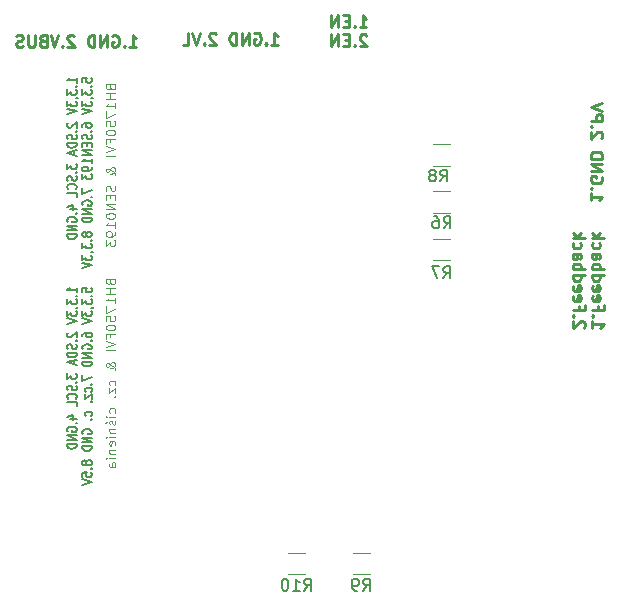
<source format=gbr>
%TF.GenerationSoftware,KiCad,Pcbnew,9.0.4*%
%TF.CreationDate,2025-10-29T20:45:07+01:00*%
%TF.ProjectId,Modu__Zaworu,4d6f6475-425f-45a6-9177-6f72752e6b69,rev?*%
%TF.SameCoordinates,Original*%
%TF.FileFunction,Legend,Bot*%
%TF.FilePolarity,Positive*%
%FSLAX46Y46*%
G04 Gerber Fmt 4.6, Leading zero omitted, Abs format (unit mm)*
G04 Created by KiCad (PCBNEW 9.0.4) date 2025-10-29 20:45:07*
%MOMM*%
%LPD*%
G01*
G04 APERTURE LIST*
%ADD10C,0.250000*%
%ADD11C,0.100000*%
%ADD12C,0.175000*%
%ADD13C,0.150000*%
%ADD14C,0.120000*%
G04 APERTURE END LIST*
D10*
X199073622Y-62664619D02*
X199645050Y-62664619D01*
X199359336Y-62664619D02*
X199359336Y-61664619D01*
X199359336Y-61664619D02*
X199454574Y-61807476D01*
X199454574Y-61807476D02*
X199549812Y-61902714D01*
X199549812Y-61902714D02*
X199645050Y-61950333D01*
X198645050Y-62569380D02*
X198597431Y-62617000D01*
X198597431Y-62617000D02*
X198645050Y-62664619D01*
X198645050Y-62664619D02*
X198692669Y-62617000D01*
X198692669Y-62617000D02*
X198645050Y-62569380D01*
X198645050Y-62569380D02*
X198645050Y-62664619D01*
X197645051Y-61712238D02*
X197740289Y-61664619D01*
X197740289Y-61664619D02*
X197883146Y-61664619D01*
X197883146Y-61664619D02*
X198026003Y-61712238D01*
X198026003Y-61712238D02*
X198121241Y-61807476D01*
X198121241Y-61807476D02*
X198168860Y-61902714D01*
X198168860Y-61902714D02*
X198216479Y-62093190D01*
X198216479Y-62093190D02*
X198216479Y-62236047D01*
X198216479Y-62236047D02*
X198168860Y-62426523D01*
X198168860Y-62426523D02*
X198121241Y-62521761D01*
X198121241Y-62521761D02*
X198026003Y-62617000D01*
X198026003Y-62617000D02*
X197883146Y-62664619D01*
X197883146Y-62664619D02*
X197787908Y-62664619D01*
X197787908Y-62664619D02*
X197645051Y-62617000D01*
X197645051Y-62617000D02*
X197597432Y-62569380D01*
X197597432Y-62569380D02*
X197597432Y-62236047D01*
X197597432Y-62236047D02*
X197787908Y-62236047D01*
X197168860Y-62664619D02*
X197168860Y-61664619D01*
X197168860Y-61664619D02*
X196597432Y-62664619D01*
X196597432Y-62664619D02*
X196597432Y-61664619D01*
X196121241Y-62664619D02*
X196121241Y-61664619D01*
X196121241Y-61664619D02*
X195883146Y-61664619D01*
X195883146Y-61664619D02*
X195740289Y-61712238D01*
X195740289Y-61712238D02*
X195645051Y-61807476D01*
X195645051Y-61807476D02*
X195597432Y-61902714D01*
X195597432Y-61902714D02*
X195549813Y-62093190D01*
X195549813Y-62093190D02*
X195549813Y-62236047D01*
X195549813Y-62236047D02*
X195597432Y-62426523D01*
X195597432Y-62426523D02*
X195645051Y-62521761D01*
X195645051Y-62521761D02*
X195740289Y-62617000D01*
X195740289Y-62617000D02*
X195883146Y-62664619D01*
X195883146Y-62664619D02*
X196121241Y-62664619D01*
X194406955Y-61759857D02*
X194359336Y-61712238D01*
X194359336Y-61712238D02*
X194264098Y-61664619D01*
X194264098Y-61664619D02*
X194026003Y-61664619D01*
X194026003Y-61664619D02*
X193930765Y-61712238D01*
X193930765Y-61712238D02*
X193883146Y-61759857D01*
X193883146Y-61759857D02*
X193835527Y-61855095D01*
X193835527Y-61855095D02*
X193835527Y-61950333D01*
X193835527Y-61950333D02*
X193883146Y-62093190D01*
X193883146Y-62093190D02*
X194454574Y-62664619D01*
X194454574Y-62664619D02*
X193835527Y-62664619D01*
X193406955Y-62569380D02*
X193359336Y-62617000D01*
X193359336Y-62617000D02*
X193406955Y-62664619D01*
X193406955Y-62664619D02*
X193454574Y-62617000D01*
X193454574Y-62617000D02*
X193406955Y-62569380D01*
X193406955Y-62569380D02*
X193406955Y-62664619D01*
X193073622Y-61664619D02*
X192740289Y-62664619D01*
X192740289Y-62664619D02*
X192406956Y-61664619D01*
X191597432Y-62664619D02*
X192073622Y-62664619D01*
X192073622Y-62664619D02*
X192073622Y-61664619D01*
D11*
X185477847Y-66272931D02*
X185515942Y-66387217D01*
X185515942Y-66387217D02*
X185554038Y-66425312D01*
X185554038Y-66425312D02*
X185630228Y-66463408D01*
X185630228Y-66463408D02*
X185744514Y-66463408D01*
X185744514Y-66463408D02*
X185820704Y-66425312D01*
X185820704Y-66425312D02*
X185858800Y-66387217D01*
X185858800Y-66387217D02*
X185896895Y-66311027D01*
X185896895Y-66311027D02*
X185896895Y-66006265D01*
X185896895Y-66006265D02*
X185096895Y-66006265D01*
X185096895Y-66006265D02*
X185096895Y-66272931D01*
X185096895Y-66272931D02*
X185134990Y-66349122D01*
X185134990Y-66349122D02*
X185173085Y-66387217D01*
X185173085Y-66387217D02*
X185249276Y-66425312D01*
X185249276Y-66425312D02*
X185325466Y-66425312D01*
X185325466Y-66425312D02*
X185401657Y-66387217D01*
X185401657Y-66387217D02*
X185439752Y-66349122D01*
X185439752Y-66349122D02*
X185477847Y-66272931D01*
X185477847Y-66272931D02*
X185477847Y-66006265D01*
X185896895Y-66806265D02*
X185096895Y-66806265D01*
X185477847Y-66806265D02*
X185477847Y-67263408D01*
X185896895Y-67263408D02*
X185096895Y-67263408D01*
X185896895Y-68063407D02*
X185896895Y-67606264D01*
X185896895Y-67834836D02*
X185096895Y-67834836D01*
X185096895Y-67834836D02*
X185211180Y-67758645D01*
X185211180Y-67758645D02*
X185287371Y-67682455D01*
X185287371Y-67682455D02*
X185325466Y-67606264D01*
X185096895Y-68330074D02*
X185096895Y-68863408D01*
X185096895Y-68863408D02*
X185896895Y-68520550D01*
X185096895Y-69549122D02*
X185096895Y-69168170D01*
X185096895Y-69168170D02*
X185477847Y-69130074D01*
X185477847Y-69130074D02*
X185439752Y-69168170D01*
X185439752Y-69168170D02*
X185401657Y-69244360D01*
X185401657Y-69244360D02*
X185401657Y-69434836D01*
X185401657Y-69434836D02*
X185439752Y-69511027D01*
X185439752Y-69511027D02*
X185477847Y-69549122D01*
X185477847Y-69549122D02*
X185554038Y-69587217D01*
X185554038Y-69587217D02*
X185744514Y-69587217D01*
X185744514Y-69587217D02*
X185820704Y-69549122D01*
X185820704Y-69549122D02*
X185858800Y-69511027D01*
X185858800Y-69511027D02*
X185896895Y-69434836D01*
X185896895Y-69434836D02*
X185896895Y-69244360D01*
X185896895Y-69244360D02*
X185858800Y-69168170D01*
X185858800Y-69168170D02*
X185820704Y-69130074D01*
X185096895Y-70082456D02*
X185096895Y-70158646D01*
X185096895Y-70158646D02*
X185134990Y-70234837D01*
X185134990Y-70234837D02*
X185173085Y-70272932D01*
X185173085Y-70272932D02*
X185249276Y-70311027D01*
X185249276Y-70311027D02*
X185401657Y-70349122D01*
X185401657Y-70349122D02*
X185592133Y-70349122D01*
X185592133Y-70349122D02*
X185744514Y-70311027D01*
X185744514Y-70311027D02*
X185820704Y-70272932D01*
X185820704Y-70272932D02*
X185858800Y-70234837D01*
X185858800Y-70234837D02*
X185896895Y-70158646D01*
X185896895Y-70158646D02*
X185896895Y-70082456D01*
X185896895Y-70082456D02*
X185858800Y-70006265D01*
X185858800Y-70006265D02*
X185820704Y-69968170D01*
X185820704Y-69968170D02*
X185744514Y-69930075D01*
X185744514Y-69930075D02*
X185592133Y-69891979D01*
X185592133Y-69891979D02*
X185401657Y-69891979D01*
X185401657Y-69891979D02*
X185249276Y-69930075D01*
X185249276Y-69930075D02*
X185173085Y-69968170D01*
X185173085Y-69968170D02*
X185134990Y-70006265D01*
X185134990Y-70006265D02*
X185096895Y-70082456D01*
X185477847Y-70958646D02*
X185477847Y-70691980D01*
X185896895Y-70691980D02*
X185096895Y-70691980D01*
X185096895Y-70691980D02*
X185096895Y-71072932D01*
X185096895Y-71263408D02*
X185896895Y-71530075D01*
X185896895Y-71530075D02*
X185096895Y-71796741D01*
X185896895Y-72063408D02*
X185096895Y-72063408D01*
X185896895Y-73701503D02*
X185896895Y-73663408D01*
X185896895Y-73663408D02*
X185858800Y-73587217D01*
X185858800Y-73587217D02*
X185744514Y-73472931D01*
X185744514Y-73472931D02*
X185515942Y-73282455D01*
X185515942Y-73282455D02*
X185401657Y-73206265D01*
X185401657Y-73206265D02*
X185287371Y-73168169D01*
X185287371Y-73168169D02*
X185211180Y-73168169D01*
X185211180Y-73168169D02*
X185134990Y-73206265D01*
X185134990Y-73206265D02*
X185096895Y-73282455D01*
X185096895Y-73282455D02*
X185096895Y-73320550D01*
X185096895Y-73320550D02*
X185134990Y-73396741D01*
X185134990Y-73396741D02*
X185211180Y-73434836D01*
X185211180Y-73434836D02*
X185249276Y-73434836D01*
X185249276Y-73434836D02*
X185325466Y-73396741D01*
X185325466Y-73396741D02*
X185363561Y-73358646D01*
X185363561Y-73358646D02*
X185515942Y-73130074D01*
X185515942Y-73130074D02*
X185554038Y-73091979D01*
X185554038Y-73091979D02*
X185630228Y-73053884D01*
X185630228Y-73053884D02*
X185744514Y-73053884D01*
X185744514Y-73053884D02*
X185820704Y-73091979D01*
X185820704Y-73091979D02*
X185858800Y-73130074D01*
X185858800Y-73130074D02*
X185896895Y-73206265D01*
X185896895Y-73206265D02*
X185896895Y-73320550D01*
X185896895Y-73320550D02*
X185858800Y-73396741D01*
X185858800Y-73396741D02*
X185820704Y-73434836D01*
X185820704Y-73434836D02*
X185668323Y-73549122D01*
X185668323Y-73549122D02*
X185554038Y-73587217D01*
X185554038Y-73587217D02*
X185477847Y-73587217D01*
X185858800Y-74615788D02*
X185896895Y-74730074D01*
X185896895Y-74730074D02*
X185896895Y-74920550D01*
X185896895Y-74920550D02*
X185858800Y-74996741D01*
X185858800Y-74996741D02*
X185820704Y-75034836D01*
X185820704Y-75034836D02*
X185744514Y-75072931D01*
X185744514Y-75072931D02*
X185668323Y-75072931D01*
X185668323Y-75072931D02*
X185592133Y-75034836D01*
X185592133Y-75034836D02*
X185554038Y-74996741D01*
X185554038Y-74996741D02*
X185515942Y-74920550D01*
X185515942Y-74920550D02*
X185477847Y-74768169D01*
X185477847Y-74768169D02*
X185439752Y-74691979D01*
X185439752Y-74691979D02*
X185401657Y-74653884D01*
X185401657Y-74653884D02*
X185325466Y-74615788D01*
X185325466Y-74615788D02*
X185249276Y-74615788D01*
X185249276Y-74615788D02*
X185173085Y-74653884D01*
X185173085Y-74653884D02*
X185134990Y-74691979D01*
X185134990Y-74691979D02*
X185096895Y-74768169D01*
X185096895Y-74768169D02*
X185096895Y-74958646D01*
X185096895Y-74958646D02*
X185134990Y-75072931D01*
X185477847Y-75415789D02*
X185477847Y-75682455D01*
X185896895Y-75796741D02*
X185896895Y-75415789D01*
X185896895Y-75415789D02*
X185096895Y-75415789D01*
X185096895Y-75415789D02*
X185096895Y-75796741D01*
X185896895Y-76139599D02*
X185096895Y-76139599D01*
X185096895Y-76139599D02*
X185896895Y-76596742D01*
X185896895Y-76596742D02*
X185096895Y-76596742D01*
X185096895Y-77130075D02*
X185096895Y-77206265D01*
X185096895Y-77206265D02*
X185134990Y-77282456D01*
X185134990Y-77282456D02*
X185173085Y-77320551D01*
X185173085Y-77320551D02*
X185249276Y-77358646D01*
X185249276Y-77358646D02*
X185401657Y-77396741D01*
X185401657Y-77396741D02*
X185592133Y-77396741D01*
X185592133Y-77396741D02*
X185744514Y-77358646D01*
X185744514Y-77358646D02*
X185820704Y-77320551D01*
X185820704Y-77320551D02*
X185858800Y-77282456D01*
X185858800Y-77282456D02*
X185896895Y-77206265D01*
X185896895Y-77206265D02*
X185896895Y-77130075D01*
X185896895Y-77130075D02*
X185858800Y-77053884D01*
X185858800Y-77053884D02*
X185820704Y-77015789D01*
X185820704Y-77015789D02*
X185744514Y-76977694D01*
X185744514Y-76977694D02*
X185592133Y-76939598D01*
X185592133Y-76939598D02*
X185401657Y-76939598D01*
X185401657Y-76939598D02*
X185249276Y-76977694D01*
X185249276Y-76977694D02*
X185173085Y-77015789D01*
X185173085Y-77015789D02*
X185134990Y-77053884D01*
X185134990Y-77053884D02*
X185096895Y-77130075D01*
X185896895Y-78158646D02*
X185896895Y-77701503D01*
X185896895Y-77930075D02*
X185096895Y-77930075D01*
X185096895Y-77930075D02*
X185211180Y-77853884D01*
X185211180Y-77853884D02*
X185287371Y-77777694D01*
X185287371Y-77777694D02*
X185325466Y-77701503D01*
X185896895Y-78539599D02*
X185896895Y-78691980D01*
X185896895Y-78691980D02*
X185858800Y-78768170D01*
X185858800Y-78768170D02*
X185820704Y-78806266D01*
X185820704Y-78806266D02*
X185706419Y-78882456D01*
X185706419Y-78882456D02*
X185554038Y-78920551D01*
X185554038Y-78920551D02*
X185249276Y-78920551D01*
X185249276Y-78920551D02*
X185173085Y-78882456D01*
X185173085Y-78882456D02*
X185134990Y-78844361D01*
X185134990Y-78844361D02*
X185096895Y-78768170D01*
X185096895Y-78768170D02*
X185096895Y-78615789D01*
X185096895Y-78615789D02*
X185134990Y-78539599D01*
X185134990Y-78539599D02*
X185173085Y-78501504D01*
X185173085Y-78501504D02*
X185249276Y-78463408D01*
X185249276Y-78463408D02*
X185439752Y-78463408D01*
X185439752Y-78463408D02*
X185515942Y-78501504D01*
X185515942Y-78501504D02*
X185554038Y-78539599D01*
X185554038Y-78539599D02*
X185592133Y-78615789D01*
X185592133Y-78615789D02*
X185592133Y-78768170D01*
X185592133Y-78768170D02*
X185554038Y-78844361D01*
X185554038Y-78844361D02*
X185515942Y-78882456D01*
X185515942Y-78882456D02*
X185439752Y-78920551D01*
X185096895Y-79187218D02*
X185096895Y-79682456D01*
X185096895Y-79682456D02*
X185401657Y-79415790D01*
X185401657Y-79415790D02*
X185401657Y-79530075D01*
X185401657Y-79530075D02*
X185439752Y-79606266D01*
X185439752Y-79606266D02*
X185477847Y-79644361D01*
X185477847Y-79644361D02*
X185554038Y-79682456D01*
X185554038Y-79682456D02*
X185744514Y-79682456D01*
X185744514Y-79682456D02*
X185820704Y-79644361D01*
X185820704Y-79644361D02*
X185858800Y-79606266D01*
X185858800Y-79606266D02*
X185896895Y-79530075D01*
X185896895Y-79530075D02*
X185896895Y-79301504D01*
X185896895Y-79301504D02*
X185858800Y-79225313D01*
X185858800Y-79225313D02*
X185820704Y-79187218D01*
D10*
X226135380Y-75273622D02*
X226135380Y-75845050D01*
X226135380Y-75559336D02*
X227135380Y-75559336D01*
X227135380Y-75559336D02*
X226992523Y-75654574D01*
X226992523Y-75654574D02*
X226897285Y-75749812D01*
X226897285Y-75749812D02*
X226849666Y-75845050D01*
X226230619Y-74845050D02*
X226183000Y-74797431D01*
X226183000Y-74797431D02*
X226135380Y-74845050D01*
X226135380Y-74845050D02*
X226183000Y-74892669D01*
X226183000Y-74892669D02*
X226230619Y-74845050D01*
X226230619Y-74845050D02*
X226135380Y-74845050D01*
X227087761Y-73845051D02*
X227135380Y-73940289D01*
X227135380Y-73940289D02*
X227135380Y-74083146D01*
X227135380Y-74083146D02*
X227087761Y-74226003D01*
X227087761Y-74226003D02*
X226992523Y-74321241D01*
X226992523Y-74321241D02*
X226897285Y-74368860D01*
X226897285Y-74368860D02*
X226706809Y-74416479D01*
X226706809Y-74416479D02*
X226563952Y-74416479D01*
X226563952Y-74416479D02*
X226373476Y-74368860D01*
X226373476Y-74368860D02*
X226278238Y-74321241D01*
X226278238Y-74321241D02*
X226183000Y-74226003D01*
X226183000Y-74226003D02*
X226135380Y-74083146D01*
X226135380Y-74083146D02*
X226135380Y-73987908D01*
X226135380Y-73987908D02*
X226183000Y-73845051D01*
X226183000Y-73845051D02*
X226230619Y-73797432D01*
X226230619Y-73797432D02*
X226563952Y-73797432D01*
X226563952Y-73797432D02*
X226563952Y-73987908D01*
X226135380Y-73368860D02*
X227135380Y-73368860D01*
X227135380Y-73368860D02*
X226135380Y-72797432D01*
X226135380Y-72797432D02*
X227135380Y-72797432D01*
X226135380Y-72321241D02*
X227135380Y-72321241D01*
X227135380Y-72321241D02*
X227135380Y-72083146D01*
X227135380Y-72083146D02*
X227087761Y-71940289D01*
X227087761Y-71940289D02*
X226992523Y-71845051D01*
X226992523Y-71845051D02*
X226897285Y-71797432D01*
X226897285Y-71797432D02*
X226706809Y-71749813D01*
X226706809Y-71749813D02*
X226563952Y-71749813D01*
X226563952Y-71749813D02*
X226373476Y-71797432D01*
X226373476Y-71797432D02*
X226278238Y-71845051D01*
X226278238Y-71845051D02*
X226183000Y-71940289D01*
X226183000Y-71940289D02*
X226135380Y-72083146D01*
X226135380Y-72083146D02*
X226135380Y-72321241D01*
X227040142Y-70606955D02*
X227087761Y-70559336D01*
X227087761Y-70559336D02*
X227135380Y-70464098D01*
X227135380Y-70464098D02*
X227135380Y-70226003D01*
X227135380Y-70226003D02*
X227087761Y-70130765D01*
X227087761Y-70130765D02*
X227040142Y-70083146D01*
X227040142Y-70083146D02*
X226944904Y-70035527D01*
X226944904Y-70035527D02*
X226849666Y-70035527D01*
X226849666Y-70035527D02*
X226706809Y-70083146D01*
X226706809Y-70083146D02*
X226135380Y-70654574D01*
X226135380Y-70654574D02*
X226135380Y-70035527D01*
X226230619Y-69606955D02*
X226183000Y-69559336D01*
X226183000Y-69559336D02*
X226135380Y-69606955D01*
X226135380Y-69606955D02*
X226183000Y-69654574D01*
X226183000Y-69654574D02*
X226230619Y-69606955D01*
X226230619Y-69606955D02*
X226135380Y-69606955D01*
X226135380Y-69130765D02*
X227135380Y-69130765D01*
X227135380Y-69130765D02*
X227135380Y-68749813D01*
X227135380Y-68749813D02*
X227087761Y-68654575D01*
X227087761Y-68654575D02*
X227040142Y-68606956D01*
X227040142Y-68606956D02*
X226944904Y-68559337D01*
X226944904Y-68559337D02*
X226802047Y-68559337D01*
X226802047Y-68559337D02*
X226706809Y-68606956D01*
X226706809Y-68606956D02*
X226659190Y-68654575D01*
X226659190Y-68654575D02*
X226611571Y-68749813D01*
X226611571Y-68749813D02*
X226611571Y-69130765D01*
X227135380Y-68273622D02*
X226135380Y-67940289D01*
X226135380Y-67940289D02*
X227135380Y-67606956D01*
D12*
X182605040Y-83648464D02*
X182605040Y-83248464D01*
X182605040Y-83448464D02*
X181805040Y-83448464D01*
X181805040Y-83448464D02*
X181919325Y-83381797D01*
X181919325Y-83381797D02*
X181995516Y-83315131D01*
X181995516Y-83315131D02*
X182033611Y-83248464D01*
X182528849Y-83948464D02*
X182566945Y-83981798D01*
X182566945Y-83981798D02*
X182605040Y-83948464D01*
X182605040Y-83948464D02*
X182566945Y-83915131D01*
X182566945Y-83915131D02*
X182528849Y-83948464D01*
X182528849Y-83948464D02*
X182605040Y-83948464D01*
X181805040Y-84215131D02*
X181805040Y-84648464D01*
X181805040Y-84648464D02*
X182109802Y-84415131D01*
X182109802Y-84415131D02*
X182109802Y-84515131D01*
X182109802Y-84515131D02*
X182147897Y-84581797D01*
X182147897Y-84581797D02*
X182185992Y-84615131D01*
X182185992Y-84615131D02*
X182262183Y-84648464D01*
X182262183Y-84648464D02*
X182452659Y-84648464D01*
X182452659Y-84648464D02*
X182528849Y-84615131D01*
X182528849Y-84615131D02*
X182566945Y-84581797D01*
X182566945Y-84581797D02*
X182605040Y-84515131D01*
X182605040Y-84515131D02*
X182605040Y-84315131D01*
X182605040Y-84315131D02*
X182566945Y-84248464D01*
X182566945Y-84248464D02*
X182528849Y-84215131D01*
X182566945Y-84981798D02*
X182605040Y-84981798D01*
X182605040Y-84981798D02*
X182681230Y-84948464D01*
X182681230Y-84948464D02*
X182719325Y-84915131D01*
X181805040Y-85215131D02*
X181805040Y-85648464D01*
X181805040Y-85648464D02*
X182109802Y-85415131D01*
X182109802Y-85415131D02*
X182109802Y-85515131D01*
X182109802Y-85515131D02*
X182147897Y-85581797D01*
X182147897Y-85581797D02*
X182185992Y-85615131D01*
X182185992Y-85615131D02*
X182262183Y-85648464D01*
X182262183Y-85648464D02*
X182452659Y-85648464D01*
X182452659Y-85648464D02*
X182528849Y-85615131D01*
X182528849Y-85615131D02*
X182566945Y-85581797D01*
X182566945Y-85581797D02*
X182605040Y-85515131D01*
X182605040Y-85515131D02*
X182605040Y-85315131D01*
X182605040Y-85315131D02*
X182566945Y-85248464D01*
X182566945Y-85248464D02*
X182528849Y-85215131D01*
X181805040Y-85848464D02*
X182605040Y-86081798D01*
X182605040Y-86081798D02*
X181805040Y-86315131D01*
X181881230Y-87048464D02*
X181843135Y-87081797D01*
X181843135Y-87081797D02*
X181805040Y-87148464D01*
X181805040Y-87148464D02*
X181805040Y-87315131D01*
X181805040Y-87315131D02*
X181843135Y-87381797D01*
X181843135Y-87381797D02*
X181881230Y-87415131D01*
X181881230Y-87415131D02*
X181957421Y-87448464D01*
X181957421Y-87448464D02*
X182033611Y-87448464D01*
X182033611Y-87448464D02*
X182147897Y-87415131D01*
X182147897Y-87415131D02*
X182605040Y-87015131D01*
X182605040Y-87015131D02*
X182605040Y-87448464D01*
X182528849Y-87748464D02*
X182566945Y-87781798D01*
X182566945Y-87781798D02*
X182605040Y-87748464D01*
X182605040Y-87748464D02*
X182566945Y-87715131D01*
X182566945Y-87715131D02*
X182528849Y-87748464D01*
X182528849Y-87748464D02*
X182605040Y-87748464D01*
X182566945Y-88048464D02*
X182605040Y-88148464D01*
X182605040Y-88148464D02*
X182605040Y-88315131D01*
X182605040Y-88315131D02*
X182566945Y-88381797D01*
X182566945Y-88381797D02*
X182528849Y-88415131D01*
X182528849Y-88415131D02*
X182452659Y-88448464D01*
X182452659Y-88448464D02*
X182376468Y-88448464D01*
X182376468Y-88448464D02*
X182300278Y-88415131D01*
X182300278Y-88415131D02*
X182262183Y-88381797D01*
X182262183Y-88381797D02*
X182224087Y-88315131D01*
X182224087Y-88315131D02*
X182185992Y-88181797D01*
X182185992Y-88181797D02*
X182147897Y-88115131D01*
X182147897Y-88115131D02*
X182109802Y-88081797D01*
X182109802Y-88081797D02*
X182033611Y-88048464D01*
X182033611Y-88048464D02*
X181957421Y-88048464D01*
X181957421Y-88048464D02*
X181881230Y-88081797D01*
X181881230Y-88081797D02*
X181843135Y-88115131D01*
X181843135Y-88115131D02*
X181805040Y-88181797D01*
X181805040Y-88181797D02*
X181805040Y-88348464D01*
X181805040Y-88348464D02*
X181843135Y-88448464D01*
X182605040Y-88748464D02*
X181805040Y-88748464D01*
X181805040Y-88748464D02*
X181805040Y-88915131D01*
X181805040Y-88915131D02*
X181843135Y-89015131D01*
X181843135Y-89015131D02*
X181919325Y-89081798D01*
X181919325Y-89081798D02*
X181995516Y-89115131D01*
X181995516Y-89115131D02*
X182147897Y-89148464D01*
X182147897Y-89148464D02*
X182262183Y-89148464D01*
X182262183Y-89148464D02*
X182414564Y-89115131D01*
X182414564Y-89115131D02*
X182490754Y-89081798D01*
X182490754Y-89081798D02*
X182566945Y-89015131D01*
X182566945Y-89015131D02*
X182605040Y-88915131D01*
X182605040Y-88915131D02*
X182605040Y-88748464D01*
X182376468Y-89415131D02*
X182376468Y-89748464D01*
X182605040Y-89348464D02*
X181805040Y-89581798D01*
X181805040Y-89581798D02*
X182605040Y-89815131D01*
X181805040Y-90515131D02*
X181805040Y-90948464D01*
X181805040Y-90948464D02*
X182109802Y-90715131D01*
X182109802Y-90715131D02*
X182109802Y-90815131D01*
X182109802Y-90815131D02*
X182147897Y-90881797D01*
X182147897Y-90881797D02*
X182185992Y-90915131D01*
X182185992Y-90915131D02*
X182262183Y-90948464D01*
X182262183Y-90948464D02*
X182452659Y-90948464D01*
X182452659Y-90948464D02*
X182528849Y-90915131D01*
X182528849Y-90915131D02*
X182566945Y-90881797D01*
X182566945Y-90881797D02*
X182605040Y-90815131D01*
X182605040Y-90815131D02*
X182605040Y-90615131D01*
X182605040Y-90615131D02*
X182566945Y-90548464D01*
X182566945Y-90548464D02*
X182528849Y-90515131D01*
X182528849Y-91248464D02*
X182566945Y-91281798D01*
X182566945Y-91281798D02*
X182605040Y-91248464D01*
X182605040Y-91248464D02*
X182566945Y-91215131D01*
X182566945Y-91215131D02*
X182528849Y-91248464D01*
X182528849Y-91248464D02*
X182605040Y-91248464D01*
X182566945Y-91548464D02*
X182605040Y-91648464D01*
X182605040Y-91648464D02*
X182605040Y-91815131D01*
X182605040Y-91815131D02*
X182566945Y-91881797D01*
X182566945Y-91881797D02*
X182528849Y-91915131D01*
X182528849Y-91915131D02*
X182452659Y-91948464D01*
X182452659Y-91948464D02*
X182376468Y-91948464D01*
X182376468Y-91948464D02*
X182300278Y-91915131D01*
X182300278Y-91915131D02*
X182262183Y-91881797D01*
X182262183Y-91881797D02*
X182224087Y-91815131D01*
X182224087Y-91815131D02*
X182185992Y-91681797D01*
X182185992Y-91681797D02*
X182147897Y-91615131D01*
X182147897Y-91615131D02*
X182109802Y-91581797D01*
X182109802Y-91581797D02*
X182033611Y-91548464D01*
X182033611Y-91548464D02*
X181957421Y-91548464D01*
X181957421Y-91548464D02*
X181881230Y-91581797D01*
X181881230Y-91581797D02*
X181843135Y-91615131D01*
X181843135Y-91615131D02*
X181805040Y-91681797D01*
X181805040Y-91681797D02*
X181805040Y-91848464D01*
X181805040Y-91848464D02*
X181843135Y-91948464D01*
X182528849Y-92648464D02*
X182566945Y-92615131D01*
X182566945Y-92615131D02*
X182605040Y-92515131D01*
X182605040Y-92515131D02*
X182605040Y-92448464D01*
X182605040Y-92448464D02*
X182566945Y-92348464D01*
X182566945Y-92348464D02*
X182490754Y-92281798D01*
X182490754Y-92281798D02*
X182414564Y-92248464D01*
X182414564Y-92248464D02*
X182262183Y-92215131D01*
X182262183Y-92215131D02*
X182147897Y-92215131D01*
X182147897Y-92215131D02*
X181995516Y-92248464D01*
X181995516Y-92248464D02*
X181919325Y-92281798D01*
X181919325Y-92281798D02*
X181843135Y-92348464D01*
X181843135Y-92348464D02*
X181805040Y-92448464D01*
X181805040Y-92448464D02*
X181805040Y-92515131D01*
X181805040Y-92515131D02*
X181843135Y-92615131D01*
X181843135Y-92615131D02*
X181881230Y-92648464D01*
X182605040Y-93281798D02*
X182605040Y-92948464D01*
X182605040Y-92948464D02*
X181805040Y-92948464D01*
X182071706Y-94348464D02*
X182605040Y-94348464D01*
X181766945Y-94181798D02*
X182338373Y-94015131D01*
X182338373Y-94015131D02*
X182338373Y-94448464D01*
X182528849Y-94715131D02*
X182566945Y-94748465D01*
X182566945Y-94748465D02*
X182605040Y-94715131D01*
X182605040Y-94715131D02*
X182566945Y-94681798D01*
X182566945Y-94681798D02*
X182528849Y-94715131D01*
X182528849Y-94715131D02*
X182605040Y-94715131D01*
X181843135Y-95415131D02*
X181805040Y-95348464D01*
X181805040Y-95348464D02*
X181805040Y-95248464D01*
X181805040Y-95248464D02*
X181843135Y-95148464D01*
X181843135Y-95148464D02*
X181919325Y-95081798D01*
X181919325Y-95081798D02*
X181995516Y-95048464D01*
X181995516Y-95048464D02*
X182147897Y-95015131D01*
X182147897Y-95015131D02*
X182262183Y-95015131D01*
X182262183Y-95015131D02*
X182414564Y-95048464D01*
X182414564Y-95048464D02*
X182490754Y-95081798D01*
X182490754Y-95081798D02*
X182566945Y-95148464D01*
X182566945Y-95148464D02*
X182605040Y-95248464D01*
X182605040Y-95248464D02*
X182605040Y-95315131D01*
X182605040Y-95315131D02*
X182566945Y-95415131D01*
X182566945Y-95415131D02*
X182528849Y-95448464D01*
X182528849Y-95448464D02*
X182262183Y-95448464D01*
X182262183Y-95448464D02*
X182262183Y-95315131D01*
X182605040Y-95748464D02*
X181805040Y-95748464D01*
X181805040Y-95748464D02*
X182605040Y-96148464D01*
X182605040Y-96148464D02*
X181805040Y-96148464D01*
X182605040Y-96481797D02*
X181805040Y-96481797D01*
X181805040Y-96481797D02*
X181805040Y-96648464D01*
X181805040Y-96648464D02*
X181843135Y-96748464D01*
X181843135Y-96748464D02*
X181919325Y-96815131D01*
X181919325Y-96815131D02*
X181995516Y-96848464D01*
X181995516Y-96848464D02*
X182147897Y-96881797D01*
X182147897Y-96881797D02*
X182262183Y-96881797D01*
X182262183Y-96881797D02*
X182414564Y-96848464D01*
X182414564Y-96848464D02*
X182490754Y-96815131D01*
X182490754Y-96815131D02*
X182566945Y-96748464D01*
X182566945Y-96748464D02*
X182605040Y-96648464D01*
X182605040Y-96648464D02*
X182605040Y-96481797D01*
X183092995Y-83615131D02*
X183092995Y-83281797D01*
X183092995Y-83281797D02*
X183473947Y-83248464D01*
X183473947Y-83248464D02*
X183435852Y-83281797D01*
X183435852Y-83281797D02*
X183397757Y-83348464D01*
X183397757Y-83348464D02*
X183397757Y-83515131D01*
X183397757Y-83515131D02*
X183435852Y-83581797D01*
X183435852Y-83581797D02*
X183473947Y-83615131D01*
X183473947Y-83615131D02*
X183550138Y-83648464D01*
X183550138Y-83648464D02*
X183740614Y-83648464D01*
X183740614Y-83648464D02*
X183816804Y-83615131D01*
X183816804Y-83615131D02*
X183854900Y-83581797D01*
X183854900Y-83581797D02*
X183892995Y-83515131D01*
X183892995Y-83515131D02*
X183892995Y-83348464D01*
X183892995Y-83348464D02*
X183854900Y-83281797D01*
X183854900Y-83281797D02*
X183816804Y-83248464D01*
X183816804Y-83948464D02*
X183854900Y-83981798D01*
X183854900Y-83981798D02*
X183892995Y-83948464D01*
X183892995Y-83948464D02*
X183854900Y-83915131D01*
X183854900Y-83915131D02*
X183816804Y-83948464D01*
X183816804Y-83948464D02*
X183892995Y-83948464D01*
X183092995Y-84215131D02*
X183092995Y-84648464D01*
X183092995Y-84648464D02*
X183397757Y-84415131D01*
X183397757Y-84415131D02*
X183397757Y-84515131D01*
X183397757Y-84515131D02*
X183435852Y-84581797D01*
X183435852Y-84581797D02*
X183473947Y-84615131D01*
X183473947Y-84615131D02*
X183550138Y-84648464D01*
X183550138Y-84648464D02*
X183740614Y-84648464D01*
X183740614Y-84648464D02*
X183816804Y-84615131D01*
X183816804Y-84615131D02*
X183854900Y-84581797D01*
X183854900Y-84581797D02*
X183892995Y-84515131D01*
X183892995Y-84515131D02*
X183892995Y-84315131D01*
X183892995Y-84315131D02*
X183854900Y-84248464D01*
X183854900Y-84248464D02*
X183816804Y-84215131D01*
X183854900Y-84981798D02*
X183892995Y-84981798D01*
X183892995Y-84981798D02*
X183969185Y-84948464D01*
X183969185Y-84948464D02*
X184007280Y-84915131D01*
X183092995Y-85215131D02*
X183092995Y-85648464D01*
X183092995Y-85648464D02*
X183397757Y-85415131D01*
X183397757Y-85415131D02*
X183397757Y-85515131D01*
X183397757Y-85515131D02*
X183435852Y-85581797D01*
X183435852Y-85581797D02*
X183473947Y-85615131D01*
X183473947Y-85615131D02*
X183550138Y-85648464D01*
X183550138Y-85648464D02*
X183740614Y-85648464D01*
X183740614Y-85648464D02*
X183816804Y-85615131D01*
X183816804Y-85615131D02*
X183854900Y-85581797D01*
X183854900Y-85581797D02*
X183892995Y-85515131D01*
X183892995Y-85515131D02*
X183892995Y-85315131D01*
X183892995Y-85315131D02*
X183854900Y-85248464D01*
X183854900Y-85248464D02*
X183816804Y-85215131D01*
X183092995Y-85848464D02*
X183892995Y-86081798D01*
X183892995Y-86081798D02*
X183092995Y-86315131D01*
X183092995Y-87381797D02*
X183092995Y-87248464D01*
X183092995Y-87248464D02*
X183131090Y-87181797D01*
X183131090Y-87181797D02*
X183169185Y-87148464D01*
X183169185Y-87148464D02*
X183283471Y-87081797D01*
X183283471Y-87081797D02*
X183435852Y-87048464D01*
X183435852Y-87048464D02*
X183740614Y-87048464D01*
X183740614Y-87048464D02*
X183816804Y-87081797D01*
X183816804Y-87081797D02*
X183854900Y-87115131D01*
X183854900Y-87115131D02*
X183892995Y-87181797D01*
X183892995Y-87181797D02*
X183892995Y-87315131D01*
X183892995Y-87315131D02*
X183854900Y-87381797D01*
X183854900Y-87381797D02*
X183816804Y-87415131D01*
X183816804Y-87415131D02*
X183740614Y-87448464D01*
X183740614Y-87448464D02*
X183550138Y-87448464D01*
X183550138Y-87448464D02*
X183473947Y-87415131D01*
X183473947Y-87415131D02*
X183435852Y-87381797D01*
X183435852Y-87381797D02*
X183397757Y-87315131D01*
X183397757Y-87315131D02*
X183397757Y-87181797D01*
X183397757Y-87181797D02*
X183435852Y-87115131D01*
X183435852Y-87115131D02*
X183473947Y-87081797D01*
X183473947Y-87081797D02*
X183550138Y-87048464D01*
X183816804Y-87748464D02*
X183854900Y-87781798D01*
X183854900Y-87781798D02*
X183892995Y-87748464D01*
X183892995Y-87748464D02*
X183854900Y-87715131D01*
X183854900Y-87715131D02*
X183816804Y-87748464D01*
X183816804Y-87748464D02*
X183892995Y-87748464D01*
X183131090Y-88448464D02*
X183092995Y-88381797D01*
X183092995Y-88381797D02*
X183092995Y-88281797D01*
X183092995Y-88281797D02*
X183131090Y-88181797D01*
X183131090Y-88181797D02*
X183207280Y-88115131D01*
X183207280Y-88115131D02*
X183283471Y-88081797D01*
X183283471Y-88081797D02*
X183435852Y-88048464D01*
X183435852Y-88048464D02*
X183550138Y-88048464D01*
X183550138Y-88048464D02*
X183702519Y-88081797D01*
X183702519Y-88081797D02*
X183778709Y-88115131D01*
X183778709Y-88115131D02*
X183854900Y-88181797D01*
X183854900Y-88181797D02*
X183892995Y-88281797D01*
X183892995Y-88281797D02*
X183892995Y-88348464D01*
X183892995Y-88348464D02*
X183854900Y-88448464D01*
X183854900Y-88448464D02*
X183816804Y-88481797D01*
X183816804Y-88481797D02*
X183550138Y-88481797D01*
X183550138Y-88481797D02*
X183550138Y-88348464D01*
X183892995Y-88781797D02*
X183092995Y-88781797D01*
X183092995Y-88781797D02*
X183892995Y-89181797D01*
X183892995Y-89181797D02*
X183092995Y-89181797D01*
X183892995Y-89515130D02*
X183092995Y-89515130D01*
X183092995Y-89515130D02*
X183092995Y-89681797D01*
X183092995Y-89681797D02*
X183131090Y-89781797D01*
X183131090Y-89781797D02*
X183207280Y-89848464D01*
X183207280Y-89848464D02*
X183283471Y-89881797D01*
X183283471Y-89881797D02*
X183435852Y-89915130D01*
X183435852Y-89915130D02*
X183550138Y-89915130D01*
X183550138Y-89915130D02*
X183702519Y-89881797D01*
X183702519Y-89881797D02*
X183778709Y-89848464D01*
X183778709Y-89848464D02*
X183854900Y-89781797D01*
X183854900Y-89781797D02*
X183892995Y-89681797D01*
X183892995Y-89681797D02*
X183892995Y-89515130D01*
X183092995Y-90681797D02*
X183092995Y-91148463D01*
X183092995Y-91148463D02*
X183892995Y-90848463D01*
X183816804Y-91415130D02*
X183854900Y-91448464D01*
X183854900Y-91448464D02*
X183892995Y-91415130D01*
X183892995Y-91415130D02*
X183854900Y-91381797D01*
X183854900Y-91381797D02*
X183816804Y-91415130D01*
X183816804Y-91415130D02*
X183892995Y-91415130D01*
X183854900Y-92048463D02*
X183892995Y-91981797D01*
X183892995Y-91981797D02*
X183892995Y-91848463D01*
X183892995Y-91848463D02*
X183854900Y-91781797D01*
X183854900Y-91781797D02*
X183816804Y-91748463D01*
X183816804Y-91748463D02*
X183740614Y-91715130D01*
X183740614Y-91715130D02*
X183512042Y-91715130D01*
X183512042Y-91715130D02*
X183435852Y-91748463D01*
X183435852Y-91748463D02*
X183397757Y-91781797D01*
X183397757Y-91781797D02*
X183359661Y-91848463D01*
X183359661Y-91848463D02*
X183359661Y-91981797D01*
X183359661Y-91981797D02*
X183397757Y-92048463D01*
X183359661Y-92281797D02*
X183359661Y-92648463D01*
X183359661Y-92648463D02*
X183892995Y-92281797D01*
X183892995Y-92281797D02*
X183892995Y-92648463D01*
X183816804Y-92915130D02*
X183854900Y-92948464D01*
X183854900Y-92948464D02*
X183892995Y-92915130D01*
X183892995Y-92915130D02*
X183854900Y-92881797D01*
X183854900Y-92881797D02*
X183816804Y-92915130D01*
X183816804Y-92915130D02*
X183892995Y-92915130D01*
X183854900Y-94081796D02*
X183892995Y-94015130D01*
X183892995Y-94015130D02*
X183892995Y-93881796D01*
X183892995Y-93881796D02*
X183854900Y-93815130D01*
X183854900Y-93815130D02*
X183816804Y-93781796D01*
X183816804Y-93781796D02*
X183740614Y-93748463D01*
X183740614Y-93748463D02*
X183512042Y-93748463D01*
X183512042Y-93748463D02*
X183435852Y-93781796D01*
X183435852Y-93781796D02*
X183397757Y-93815130D01*
X183397757Y-93815130D02*
X183359661Y-93881796D01*
X183359661Y-93881796D02*
X183359661Y-94015130D01*
X183359661Y-94015130D02*
X183397757Y-94081796D01*
X183816804Y-94381796D02*
X183854900Y-94415130D01*
X183854900Y-94415130D02*
X183892995Y-94381796D01*
X183892995Y-94381796D02*
X183854900Y-94348463D01*
X183854900Y-94348463D02*
X183816804Y-94381796D01*
X183816804Y-94381796D02*
X183892995Y-94381796D01*
X183131090Y-95615129D02*
X183092995Y-95548462D01*
X183092995Y-95548462D02*
X183092995Y-95448462D01*
X183092995Y-95448462D02*
X183131090Y-95348462D01*
X183131090Y-95348462D02*
X183207280Y-95281796D01*
X183207280Y-95281796D02*
X183283471Y-95248462D01*
X183283471Y-95248462D02*
X183435852Y-95215129D01*
X183435852Y-95215129D02*
X183550138Y-95215129D01*
X183550138Y-95215129D02*
X183702519Y-95248462D01*
X183702519Y-95248462D02*
X183778709Y-95281796D01*
X183778709Y-95281796D02*
X183854900Y-95348462D01*
X183854900Y-95348462D02*
X183892995Y-95448462D01*
X183892995Y-95448462D02*
X183892995Y-95515129D01*
X183892995Y-95515129D02*
X183854900Y-95615129D01*
X183854900Y-95615129D02*
X183816804Y-95648462D01*
X183816804Y-95648462D02*
X183550138Y-95648462D01*
X183550138Y-95648462D02*
X183550138Y-95515129D01*
X183892995Y-95948462D02*
X183092995Y-95948462D01*
X183092995Y-95948462D02*
X183892995Y-96348462D01*
X183892995Y-96348462D02*
X183092995Y-96348462D01*
X183892995Y-96681795D02*
X183092995Y-96681795D01*
X183092995Y-96681795D02*
X183092995Y-96848462D01*
X183092995Y-96848462D02*
X183131090Y-96948462D01*
X183131090Y-96948462D02*
X183207280Y-97015129D01*
X183207280Y-97015129D02*
X183283471Y-97048462D01*
X183283471Y-97048462D02*
X183435852Y-97081795D01*
X183435852Y-97081795D02*
X183550138Y-97081795D01*
X183550138Y-97081795D02*
X183702519Y-97048462D01*
X183702519Y-97048462D02*
X183778709Y-97015129D01*
X183778709Y-97015129D02*
X183854900Y-96948462D01*
X183854900Y-96948462D02*
X183892995Y-96848462D01*
X183892995Y-96848462D02*
X183892995Y-96681795D01*
X183435852Y-98015128D02*
X183397757Y-97948462D01*
X183397757Y-97948462D02*
X183359661Y-97915128D01*
X183359661Y-97915128D02*
X183283471Y-97881795D01*
X183283471Y-97881795D02*
X183245376Y-97881795D01*
X183245376Y-97881795D02*
X183169185Y-97915128D01*
X183169185Y-97915128D02*
X183131090Y-97948462D01*
X183131090Y-97948462D02*
X183092995Y-98015128D01*
X183092995Y-98015128D02*
X183092995Y-98148462D01*
X183092995Y-98148462D02*
X183131090Y-98215128D01*
X183131090Y-98215128D02*
X183169185Y-98248462D01*
X183169185Y-98248462D02*
X183245376Y-98281795D01*
X183245376Y-98281795D02*
X183283471Y-98281795D01*
X183283471Y-98281795D02*
X183359661Y-98248462D01*
X183359661Y-98248462D02*
X183397757Y-98215128D01*
X183397757Y-98215128D02*
X183435852Y-98148462D01*
X183435852Y-98148462D02*
X183435852Y-98015128D01*
X183435852Y-98015128D02*
X183473947Y-97948462D01*
X183473947Y-97948462D02*
X183512042Y-97915128D01*
X183512042Y-97915128D02*
X183588233Y-97881795D01*
X183588233Y-97881795D02*
X183740614Y-97881795D01*
X183740614Y-97881795D02*
X183816804Y-97915128D01*
X183816804Y-97915128D02*
X183854900Y-97948462D01*
X183854900Y-97948462D02*
X183892995Y-98015128D01*
X183892995Y-98015128D02*
X183892995Y-98148462D01*
X183892995Y-98148462D02*
X183854900Y-98215128D01*
X183854900Y-98215128D02*
X183816804Y-98248462D01*
X183816804Y-98248462D02*
X183740614Y-98281795D01*
X183740614Y-98281795D02*
X183588233Y-98281795D01*
X183588233Y-98281795D02*
X183512042Y-98248462D01*
X183512042Y-98248462D02*
X183473947Y-98215128D01*
X183473947Y-98215128D02*
X183435852Y-98148462D01*
X183816804Y-98581795D02*
X183854900Y-98615129D01*
X183854900Y-98615129D02*
X183892995Y-98581795D01*
X183892995Y-98581795D02*
X183854900Y-98548462D01*
X183854900Y-98548462D02*
X183816804Y-98581795D01*
X183816804Y-98581795D02*
X183892995Y-98581795D01*
X183092995Y-99248462D02*
X183092995Y-98915128D01*
X183092995Y-98915128D02*
X183473947Y-98881795D01*
X183473947Y-98881795D02*
X183435852Y-98915128D01*
X183435852Y-98915128D02*
X183397757Y-98981795D01*
X183397757Y-98981795D02*
X183397757Y-99148462D01*
X183397757Y-99148462D02*
X183435852Y-99215128D01*
X183435852Y-99215128D02*
X183473947Y-99248462D01*
X183473947Y-99248462D02*
X183550138Y-99281795D01*
X183550138Y-99281795D02*
X183740614Y-99281795D01*
X183740614Y-99281795D02*
X183816804Y-99248462D01*
X183816804Y-99248462D02*
X183854900Y-99215128D01*
X183854900Y-99215128D02*
X183892995Y-99148462D01*
X183892995Y-99148462D02*
X183892995Y-98981795D01*
X183892995Y-98981795D02*
X183854900Y-98915128D01*
X183854900Y-98915128D02*
X183816804Y-98881795D01*
X183092995Y-99481795D02*
X183892995Y-99715129D01*
X183892995Y-99715129D02*
X183092995Y-99948462D01*
D10*
X226245324Y-86073622D02*
X226245324Y-86645050D01*
X226245324Y-86359336D02*
X227245324Y-86359336D01*
X227245324Y-86359336D02*
X227102467Y-86454574D01*
X227102467Y-86454574D02*
X227007229Y-86549812D01*
X227007229Y-86549812D02*
X226959610Y-86645050D01*
X226340563Y-85645050D02*
X226292944Y-85597431D01*
X226292944Y-85597431D02*
X226245324Y-85645050D01*
X226245324Y-85645050D02*
X226292944Y-85692669D01*
X226292944Y-85692669D02*
X226340563Y-85645050D01*
X226340563Y-85645050D02*
X226245324Y-85645050D01*
X226769134Y-84835527D02*
X226769134Y-85168860D01*
X226245324Y-85168860D02*
X227245324Y-85168860D01*
X227245324Y-85168860D02*
X227245324Y-84692670D01*
X226292944Y-83930765D02*
X226245324Y-84026003D01*
X226245324Y-84026003D02*
X226245324Y-84216479D01*
X226245324Y-84216479D02*
X226292944Y-84311717D01*
X226292944Y-84311717D02*
X226388182Y-84359336D01*
X226388182Y-84359336D02*
X226769134Y-84359336D01*
X226769134Y-84359336D02*
X226864372Y-84311717D01*
X226864372Y-84311717D02*
X226911991Y-84216479D01*
X226911991Y-84216479D02*
X226911991Y-84026003D01*
X226911991Y-84026003D02*
X226864372Y-83930765D01*
X226864372Y-83930765D02*
X226769134Y-83883146D01*
X226769134Y-83883146D02*
X226673896Y-83883146D01*
X226673896Y-83883146D02*
X226578658Y-84359336D01*
X226292944Y-83073622D02*
X226245324Y-83168860D01*
X226245324Y-83168860D02*
X226245324Y-83359336D01*
X226245324Y-83359336D02*
X226292944Y-83454574D01*
X226292944Y-83454574D02*
X226388182Y-83502193D01*
X226388182Y-83502193D02*
X226769134Y-83502193D01*
X226769134Y-83502193D02*
X226864372Y-83454574D01*
X226864372Y-83454574D02*
X226911991Y-83359336D01*
X226911991Y-83359336D02*
X226911991Y-83168860D01*
X226911991Y-83168860D02*
X226864372Y-83073622D01*
X226864372Y-83073622D02*
X226769134Y-83026003D01*
X226769134Y-83026003D02*
X226673896Y-83026003D01*
X226673896Y-83026003D02*
X226578658Y-83502193D01*
X226245324Y-82168860D02*
X227245324Y-82168860D01*
X226292944Y-82168860D02*
X226245324Y-82264098D01*
X226245324Y-82264098D02*
X226245324Y-82454574D01*
X226245324Y-82454574D02*
X226292944Y-82549812D01*
X226292944Y-82549812D02*
X226340563Y-82597431D01*
X226340563Y-82597431D02*
X226435801Y-82645050D01*
X226435801Y-82645050D02*
X226721515Y-82645050D01*
X226721515Y-82645050D02*
X226816753Y-82597431D01*
X226816753Y-82597431D02*
X226864372Y-82549812D01*
X226864372Y-82549812D02*
X226911991Y-82454574D01*
X226911991Y-82454574D02*
X226911991Y-82264098D01*
X226911991Y-82264098D02*
X226864372Y-82168860D01*
X226245324Y-81692669D02*
X227245324Y-81692669D01*
X226864372Y-81692669D02*
X226911991Y-81597431D01*
X226911991Y-81597431D02*
X226911991Y-81406955D01*
X226911991Y-81406955D02*
X226864372Y-81311717D01*
X226864372Y-81311717D02*
X226816753Y-81264098D01*
X226816753Y-81264098D02*
X226721515Y-81216479D01*
X226721515Y-81216479D02*
X226435801Y-81216479D01*
X226435801Y-81216479D02*
X226340563Y-81264098D01*
X226340563Y-81264098D02*
X226292944Y-81311717D01*
X226292944Y-81311717D02*
X226245324Y-81406955D01*
X226245324Y-81406955D02*
X226245324Y-81597431D01*
X226245324Y-81597431D02*
X226292944Y-81692669D01*
X226245324Y-80359336D02*
X226769134Y-80359336D01*
X226769134Y-80359336D02*
X226864372Y-80406955D01*
X226864372Y-80406955D02*
X226911991Y-80502193D01*
X226911991Y-80502193D02*
X226911991Y-80692669D01*
X226911991Y-80692669D02*
X226864372Y-80787907D01*
X226292944Y-80359336D02*
X226245324Y-80454574D01*
X226245324Y-80454574D02*
X226245324Y-80692669D01*
X226245324Y-80692669D02*
X226292944Y-80787907D01*
X226292944Y-80787907D02*
X226388182Y-80835526D01*
X226388182Y-80835526D02*
X226483420Y-80835526D01*
X226483420Y-80835526D02*
X226578658Y-80787907D01*
X226578658Y-80787907D02*
X226626277Y-80692669D01*
X226626277Y-80692669D02*
X226626277Y-80454574D01*
X226626277Y-80454574D02*
X226673896Y-80359336D01*
X226292944Y-79454574D02*
X226245324Y-79549812D01*
X226245324Y-79549812D02*
X226245324Y-79740288D01*
X226245324Y-79740288D02*
X226292944Y-79835526D01*
X226292944Y-79835526D02*
X226340563Y-79883145D01*
X226340563Y-79883145D02*
X226435801Y-79930764D01*
X226435801Y-79930764D02*
X226721515Y-79930764D01*
X226721515Y-79930764D02*
X226816753Y-79883145D01*
X226816753Y-79883145D02*
X226864372Y-79835526D01*
X226864372Y-79835526D02*
X226911991Y-79740288D01*
X226911991Y-79740288D02*
X226911991Y-79549812D01*
X226911991Y-79549812D02*
X226864372Y-79454574D01*
X226245324Y-79026002D02*
X227245324Y-79026002D01*
X226626277Y-78930764D02*
X226245324Y-78645050D01*
X226911991Y-78645050D02*
X226531039Y-79026002D01*
X225540142Y-86645050D02*
X225587761Y-86597431D01*
X225587761Y-86597431D02*
X225635380Y-86502193D01*
X225635380Y-86502193D02*
X225635380Y-86264098D01*
X225635380Y-86264098D02*
X225587761Y-86168860D01*
X225587761Y-86168860D02*
X225540142Y-86121241D01*
X225540142Y-86121241D02*
X225444904Y-86073622D01*
X225444904Y-86073622D02*
X225349666Y-86073622D01*
X225349666Y-86073622D02*
X225206809Y-86121241D01*
X225206809Y-86121241D02*
X224635380Y-86692669D01*
X224635380Y-86692669D02*
X224635380Y-86073622D01*
X224730619Y-85645050D02*
X224683000Y-85597431D01*
X224683000Y-85597431D02*
X224635380Y-85645050D01*
X224635380Y-85645050D02*
X224683000Y-85692669D01*
X224683000Y-85692669D02*
X224730619Y-85645050D01*
X224730619Y-85645050D02*
X224635380Y-85645050D01*
X225159190Y-84835527D02*
X225159190Y-85168860D01*
X224635380Y-85168860D02*
X225635380Y-85168860D01*
X225635380Y-85168860D02*
X225635380Y-84692670D01*
X224683000Y-83930765D02*
X224635380Y-84026003D01*
X224635380Y-84026003D02*
X224635380Y-84216479D01*
X224635380Y-84216479D02*
X224683000Y-84311717D01*
X224683000Y-84311717D02*
X224778238Y-84359336D01*
X224778238Y-84359336D02*
X225159190Y-84359336D01*
X225159190Y-84359336D02*
X225254428Y-84311717D01*
X225254428Y-84311717D02*
X225302047Y-84216479D01*
X225302047Y-84216479D02*
X225302047Y-84026003D01*
X225302047Y-84026003D02*
X225254428Y-83930765D01*
X225254428Y-83930765D02*
X225159190Y-83883146D01*
X225159190Y-83883146D02*
X225063952Y-83883146D01*
X225063952Y-83883146D02*
X224968714Y-84359336D01*
X224683000Y-83073622D02*
X224635380Y-83168860D01*
X224635380Y-83168860D02*
X224635380Y-83359336D01*
X224635380Y-83359336D02*
X224683000Y-83454574D01*
X224683000Y-83454574D02*
X224778238Y-83502193D01*
X224778238Y-83502193D02*
X225159190Y-83502193D01*
X225159190Y-83502193D02*
X225254428Y-83454574D01*
X225254428Y-83454574D02*
X225302047Y-83359336D01*
X225302047Y-83359336D02*
X225302047Y-83168860D01*
X225302047Y-83168860D02*
X225254428Y-83073622D01*
X225254428Y-83073622D02*
X225159190Y-83026003D01*
X225159190Y-83026003D02*
X225063952Y-83026003D01*
X225063952Y-83026003D02*
X224968714Y-83502193D01*
X224635380Y-82168860D02*
X225635380Y-82168860D01*
X224683000Y-82168860D02*
X224635380Y-82264098D01*
X224635380Y-82264098D02*
X224635380Y-82454574D01*
X224635380Y-82454574D02*
X224683000Y-82549812D01*
X224683000Y-82549812D02*
X224730619Y-82597431D01*
X224730619Y-82597431D02*
X224825857Y-82645050D01*
X224825857Y-82645050D02*
X225111571Y-82645050D01*
X225111571Y-82645050D02*
X225206809Y-82597431D01*
X225206809Y-82597431D02*
X225254428Y-82549812D01*
X225254428Y-82549812D02*
X225302047Y-82454574D01*
X225302047Y-82454574D02*
X225302047Y-82264098D01*
X225302047Y-82264098D02*
X225254428Y-82168860D01*
X224635380Y-81692669D02*
X225635380Y-81692669D01*
X225254428Y-81692669D02*
X225302047Y-81597431D01*
X225302047Y-81597431D02*
X225302047Y-81406955D01*
X225302047Y-81406955D02*
X225254428Y-81311717D01*
X225254428Y-81311717D02*
X225206809Y-81264098D01*
X225206809Y-81264098D02*
X225111571Y-81216479D01*
X225111571Y-81216479D02*
X224825857Y-81216479D01*
X224825857Y-81216479D02*
X224730619Y-81264098D01*
X224730619Y-81264098D02*
X224683000Y-81311717D01*
X224683000Y-81311717D02*
X224635380Y-81406955D01*
X224635380Y-81406955D02*
X224635380Y-81597431D01*
X224635380Y-81597431D02*
X224683000Y-81692669D01*
X224635380Y-80359336D02*
X225159190Y-80359336D01*
X225159190Y-80359336D02*
X225254428Y-80406955D01*
X225254428Y-80406955D02*
X225302047Y-80502193D01*
X225302047Y-80502193D02*
X225302047Y-80692669D01*
X225302047Y-80692669D02*
X225254428Y-80787907D01*
X224683000Y-80359336D02*
X224635380Y-80454574D01*
X224635380Y-80454574D02*
X224635380Y-80692669D01*
X224635380Y-80692669D02*
X224683000Y-80787907D01*
X224683000Y-80787907D02*
X224778238Y-80835526D01*
X224778238Y-80835526D02*
X224873476Y-80835526D01*
X224873476Y-80835526D02*
X224968714Y-80787907D01*
X224968714Y-80787907D02*
X225016333Y-80692669D01*
X225016333Y-80692669D02*
X225016333Y-80454574D01*
X225016333Y-80454574D02*
X225063952Y-80359336D01*
X224683000Y-79454574D02*
X224635380Y-79549812D01*
X224635380Y-79549812D02*
X224635380Y-79740288D01*
X224635380Y-79740288D02*
X224683000Y-79835526D01*
X224683000Y-79835526D02*
X224730619Y-79883145D01*
X224730619Y-79883145D02*
X224825857Y-79930764D01*
X224825857Y-79930764D02*
X225111571Y-79930764D01*
X225111571Y-79930764D02*
X225206809Y-79883145D01*
X225206809Y-79883145D02*
X225254428Y-79835526D01*
X225254428Y-79835526D02*
X225302047Y-79740288D01*
X225302047Y-79740288D02*
X225302047Y-79549812D01*
X225302047Y-79549812D02*
X225254428Y-79454574D01*
X224635380Y-79026002D02*
X225635380Y-79026002D01*
X225016333Y-78930764D02*
X224635380Y-78645050D01*
X225302047Y-78645050D02*
X224921095Y-79026002D01*
X187073622Y-62864619D02*
X187645050Y-62864619D01*
X187359336Y-62864619D02*
X187359336Y-61864619D01*
X187359336Y-61864619D02*
X187454574Y-62007476D01*
X187454574Y-62007476D02*
X187549812Y-62102714D01*
X187549812Y-62102714D02*
X187645050Y-62150333D01*
X186645050Y-62769380D02*
X186597431Y-62817000D01*
X186597431Y-62817000D02*
X186645050Y-62864619D01*
X186645050Y-62864619D02*
X186692669Y-62817000D01*
X186692669Y-62817000D02*
X186645050Y-62769380D01*
X186645050Y-62769380D02*
X186645050Y-62864619D01*
X185645051Y-61912238D02*
X185740289Y-61864619D01*
X185740289Y-61864619D02*
X185883146Y-61864619D01*
X185883146Y-61864619D02*
X186026003Y-61912238D01*
X186026003Y-61912238D02*
X186121241Y-62007476D01*
X186121241Y-62007476D02*
X186168860Y-62102714D01*
X186168860Y-62102714D02*
X186216479Y-62293190D01*
X186216479Y-62293190D02*
X186216479Y-62436047D01*
X186216479Y-62436047D02*
X186168860Y-62626523D01*
X186168860Y-62626523D02*
X186121241Y-62721761D01*
X186121241Y-62721761D02*
X186026003Y-62817000D01*
X186026003Y-62817000D02*
X185883146Y-62864619D01*
X185883146Y-62864619D02*
X185787908Y-62864619D01*
X185787908Y-62864619D02*
X185645051Y-62817000D01*
X185645051Y-62817000D02*
X185597432Y-62769380D01*
X185597432Y-62769380D02*
X185597432Y-62436047D01*
X185597432Y-62436047D02*
X185787908Y-62436047D01*
X185168860Y-62864619D02*
X185168860Y-61864619D01*
X185168860Y-61864619D02*
X184597432Y-62864619D01*
X184597432Y-62864619D02*
X184597432Y-61864619D01*
X184121241Y-62864619D02*
X184121241Y-61864619D01*
X184121241Y-61864619D02*
X183883146Y-61864619D01*
X183883146Y-61864619D02*
X183740289Y-61912238D01*
X183740289Y-61912238D02*
X183645051Y-62007476D01*
X183645051Y-62007476D02*
X183597432Y-62102714D01*
X183597432Y-62102714D02*
X183549813Y-62293190D01*
X183549813Y-62293190D02*
X183549813Y-62436047D01*
X183549813Y-62436047D02*
X183597432Y-62626523D01*
X183597432Y-62626523D02*
X183645051Y-62721761D01*
X183645051Y-62721761D02*
X183740289Y-62817000D01*
X183740289Y-62817000D02*
X183883146Y-62864619D01*
X183883146Y-62864619D02*
X184121241Y-62864619D01*
X182406955Y-61959857D02*
X182359336Y-61912238D01*
X182359336Y-61912238D02*
X182264098Y-61864619D01*
X182264098Y-61864619D02*
X182026003Y-61864619D01*
X182026003Y-61864619D02*
X181930765Y-61912238D01*
X181930765Y-61912238D02*
X181883146Y-61959857D01*
X181883146Y-61959857D02*
X181835527Y-62055095D01*
X181835527Y-62055095D02*
X181835527Y-62150333D01*
X181835527Y-62150333D02*
X181883146Y-62293190D01*
X181883146Y-62293190D02*
X182454574Y-62864619D01*
X182454574Y-62864619D02*
X181835527Y-62864619D01*
X181406955Y-62769380D02*
X181359336Y-62817000D01*
X181359336Y-62817000D02*
X181406955Y-62864619D01*
X181406955Y-62864619D02*
X181454574Y-62817000D01*
X181454574Y-62817000D02*
X181406955Y-62769380D01*
X181406955Y-62769380D02*
X181406955Y-62864619D01*
X181073622Y-61864619D02*
X180740289Y-62864619D01*
X180740289Y-62864619D02*
X180406956Y-61864619D01*
X179740289Y-62340809D02*
X179597432Y-62388428D01*
X179597432Y-62388428D02*
X179549813Y-62436047D01*
X179549813Y-62436047D02*
X179502194Y-62531285D01*
X179502194Y-62531285D02*
X179502194Y-62674142D01*
X179502194Y-62674142D02*
X179549813Y-62769380D01*
X179549813Y-62769380D02*
X179597432Y-62817000D01*
X179597432Y-62817000D02*
X179692670Y-62864619D01*
X179692670Y-62864619D02*
X180073622Y-62864619D01*
X180073622Y-62864619D02*
X180073622Y-61864619D01*
X180073622Y-61864619D02*
X179740289Y-61864619D01*
X179740289Y-61864619D02*
X179645051Y-61912238D01*
X179645051Y-61912238D02*
X179597432Y-61959857D01*
X179597432Y-61959857D02*
X179549813Y-62055095D01*
X179549813Y-62055095D02*
X179549813Y-62150333D01*
X179549813Y-62150333D02*
X179597432Y-62245571D01*
X179597432Y-62245571D02*
X179645051Y-62293190D01*
X179645051Y-62293190D02*
X179740289Y-62340809D01*
X179740289Y-62340809D02*
X180073622Y-62340809D01*
X179073622Y-61864619D02*
X179073622Y-62674142D01*
X179073622Y-62674142D02*
X179026003Y-62769380D01*
X179026003Y-62769380D02*
X178978384Y-62817000D01*
X178978384Y-62817000D02*
X178883146Y-62864619D01*
X178883146Y-62864619D02*
X178692670Y-62864619D01*
X178692670Y-62864619D02*
X178597432Y-62817000D01*
X178597432Y-62817000D02*
X178549813Y-62769380D01*
X178549813Y-62769380D02*
X178502194Y-62674142D01*
X178502194Y-62674142D02*
X178502194Y-61864619D01*
X178073622Y-62817000D02*
X177930765Y-62864619D01*
X177930765Y-62864619D02*
X177692670Y-62864619D01*
X177692670Y-62864619D02*
X177597432Y-62817000D01*
X177597432Y-62817000D02*
X177549813Y-62769380D01*
X177549813Y-62769380D02*
X177502194Y-62674142D01*
X177502194Y-62674142D02*
X177502194Y-62578904D01*
X177502194Y-62578904D02*
X177549813Y-62483666D01*
X177549813Y-62483666D02*
X177597432Y-62436047D01*
X177597432Y-62436047D02*
X177692670Y-62388428D01*
X177692670Y-62388428D02*
X177883146Y-62340809D01*
X177883146Y-62340809D02*
X177978384Y-62293190D01*
X177978384Y-62293190D02*
X178026003Y-62245571D01*
X178026003Y-62245571D02*
X178073622Y-62150333D01*
X178073622Y-62150333D02*
X178073622Y-62055095D01*
X178073622Y-62055095D02*
X178026003Y-61959857D01*
X178026003Y-61959857D02*
X177978384Y-61912238D01*
X177978384Y-61912238D02*
X177883146Y-61864619D01*
X177883146Y-61864619D02*
X177645051Y-61864619D01*
X177645051Y-61864619D02*
X177502194Y-61912238D01*
D12*
X182605040Y-65898464D02*
X182605040Y-65498464D01*
X182605040Y-65698464D02*
X181805040Y-65698464D01*
X181805040Y-65698464D02*
X181919325Y-65631797D01*
X181919325Y-65631797D02*
X181995516Y-65565131D01*
X181995516Y-65565131D02*
X182033611Y-65498464D01*
X182528849Y-66198464D02*
X182566945Y-66231798D01*
X182566945Y-66231798D02*
X182605040Y-66198464D01*
X182605040Y-66198464D02*
X182566945Y-66165131D01*
X182566945Y-66165131D02*
X182528849Y-66198464D01*
X182528849Y-66198464D02*
X182605040Y-66198464D01*
X181805040Y-66465131D02*
X181805040Y-66898464D01*
X181805040Y-66898464D02*
X182109802Y-66665131D01*
X182109802Y-66665131D02*
X182109802Y-66765131D01*
X182109802Y-66765131D02*
X182147897Y-66831797D01*
X182147897Y-66831797D02*
X182185992Y-66865131D01*
X182185992Y-66865131D02*
X182262183Y-66898464D01*
X182262183Y-66898464D02*
X182452659Y-66898464D01*
X182452659Y-66898464D02*
X182528849Y-66865131D01*
X182528849Y-66865131D02*
X182566945Y-66831797D01*
X182566945Y-66831797D02*
X182605040Y-66765131D01*
X182605040Y-66765131D02*
X182605040Y-66565131D01*
X182605040Y-66565131D02*
X182566945Y-66498464D01*
X182566945Y-66498464D02*
X182528849Y-66465131D01*
X182566945Y-67231798D02*
X182605040Y-67231798D01*
X182605040Y-67231798D02*
X182681230Y-67198464D01*
X182681230Y-67198464D02*
X182719325Y-67165131D01*
X181805040Y-67465131D02*
X181805040Y-67898464D01*
X181805040Y-67898464D02*
X182109802Y-67665131D01*
X182109802Y-67665131D02*
X182109802Y-67765131D01*
X182109802Y-67765131D02*
X182147897Y-67831797D01*
X182147897Y-67831797D02*
X182185992Y-67865131D01*
X182185992Y-67865131D02*
X182262183Y-67898464D01*
X182262183Y-67898464D02*
X182452659Y-67898464D01*
X182452659Y-67898464D02*
X182528849Y-67865131D01*
X182528849Y-67865131D02*
X182566945Y-67831797D01*
X182566945Y-67831797D02*
X182605040Y-67765131D01*
X182605040Y-67765131D02*
X182605040Y-67565131D01*
X182605040Y-67565131D02*
X182566945Y-67498464D01*
X182566945Y-67498464D02*
X182528849Y-67465131D01*
X181805040Y-68098464D02*
X182605040Y-68331798D01*
X182605040Y-68331798D02*
X181805040Y-68565131D01*
X181881230Y-69298464D02*
X181843135Y-69331797D01*
X181843135Y-69331797D02*
X181805040Y-69398464D01*
X181805040Y-69398464D02*
X181805040Y-69565131D01*
X181805040Y-69565131D02*
X181843135Y-69631797D01*
X181843135Y-69631797D02*
X181881230Y-69665131D01*
X181881230Y-69665131D02*
X181957421Y-69698464D01*
X181957421Y-69698464D02*
X182033611Y-69698464D01*
X182033611Y-69698464D02*
X182147897Y-69665131D01*
X182147897Y-69665131D02*
X182605040Y-69265131D01*
X182605040Y-69265131D02*
X182605040Y-69698464D01*
X182528849Y-69998464D02*
X182566945Y-70031798D01*
X182566945Y-70031798D02*
X182605040Y-69998464D01*
X182605040Y-69998464D02*
X182566945Y-69965131D01*
X182566945Y-69965131D02*
X182528849Y-69998464D01*
X182528849Y-69998464D02*
X182605040Y-69998464D01*
X182566945Y-70298464D02*
X182605040Y-70398464D01*
X182605040Y-70398464D02*
X182605040Y-70565131D01*
X182605040Y-70565131D02*
X182566945Y-70631797D01*
X182566945Y-70631797D02*
X182528849Y-70665131D01*
X182528849Y-70665131D02*
X182452659Y-70698464D01*
X182452659Y-70698464D02*
X182376468Y-70698464D01*
X182376468Y-70698464D02*
X182300278Y-70665131D01*
X182300278Y-70665131D02*
X182262183Y-70631797D01*
X182262183Y-70631797D02*
X182224087Y-70565131D01*
X182224087Y-70565131D02*
X182185992Y-70431797D01*
X182185992Y-70431797D02*
X182147897Y-70365131D01*
X182147897Y-70365131D02*
X182109802Y-70331797D01*
X182109802Y-70331797D02*
X182033611Y-70298464D01*
X182033611Y-70298464D02*
X181957421Y-70298464D01*
X181957421Y-70298464D02*
X181881230Y-70331797D01*
X181881230Y-70331797D02*
X181843135Y-70365131D01*
X181843135Y-70365131D02*
X181805040Y-70431797D01*
X181805040Y-70431797D02*
X181805040Y-70598464D01*
X181805040Y-70598464D02*
X181843135Y-70698464D01*
X182605040Y-70998464D02*
X181805040Y-70998464D01*
X181805040Y-70998464D02*
X181805040Y-71165131D01*
X181805040Y-71165131D02*
X181843135Y-71265131D01*
X181843135Y-71265131D02*
X181919325Y-71331798D01*
X181919325Y-71331798D02*
X181995516Y-71365131D01*
X181995516Y-71365131D02*
X182147897Y-71398464D01*
X182147897Y-71398464D02*
X182262183Y-71398464D01*
X182262183Y-71398464D02*
X182414564Y-71365131D01*
X182414564Y-71365131D02*
X182490754Y-71331798D01*
X182490754Y-71331798D02*
X182566945Y-71265131D01*
X182566945Y-71265131D02*
X182605040Y-71165131D01*
X182605040Y-71165131D02*
X182605040Y-70998464D01*
X182376468Y-71665131D02*
X182376468Y-71998464D01*
X182605040Y-71598464D02*
X181805040Y-71831798D01*
X181805040Y-71831798D02*
X182605040Y-72065131D01*
X181805040Y-72765131D02*
X181805040Y-73198464D01*
X181805040Y-73198464D02*
X182109802Y-72965131D01*
X182109802Y-72965131D02*
X182109802Y-73065131D01*
X182109802Y-73065131D02*
X182147897Y-73131797D01*
X182147897Y-73131797D02*
X182185992Y-73165131D01*
X182185992Y-73165131D02*
X182262183Y-73198464D01*
X182262183Y-73198464D02*
X182452659Y-73198464D01*
X182452659Y-73198464D02*
X182528849Y-73165131D01*
X182528849Y-73165131D02*
X182566945Y-73131797D01*
X182566945Y-73131797D02*
X182605040Y-73065131D01*
X182605040Y-73065131D02*
X182605040Y-72865131D01*
X182605040Y-72865131D02*
X182566945Y-72798464D01*
X182566945Y-72798464D02*
X182528849Y-72765131D01*
X182528849Y-73498464D02*
X182566945Y-73531798D01*
X182566945Y-73531798D02*
X182605040Y-73498464D01*
X182605040Y-73498464D02*
X182566945Y-73465131D01*
X182566945Y-73465131D02*
X182528849Y-73498464D01*
X182528849Y-73498464D02*
X182605040Y-73498464D01*
X182566945Y-73798464D02*
X182605040Y-73898464D01*
X182605040Y-73898464D02*
X182605040Y-74065131D01*
X182605040Y-74065131D02*
X182566945Y-74131797D01*
X182566945Y-74131797D02*
X182528849Y-74165131D01*
X182528849Y-74165131D02*
X182452659Y-74198464D01*
X182452659Y-74198464D02*
X182376468Y-74198464D01*
X182376468Y-74198464D02*
X182300278Y-74165131D01*
X182300278Y-74165131D02*
X182262183Y-74131797D01*
X182262183Y-74131797D02*
X182224087Y-74065131D01*
X182224087Y-74065131D02*
X182185992Y-73931797D01*
X182185992Y-73931797D02*
X182147897Y-73865131D01*
X182147897Y-73865131D02*
X182109802Y-73831797D01*
X182109802Y-73831797D02*
X182033611Y-73798464D01*
X182033611Y-73798464D02*
X181957421Y-73798464D01*
X181957421Y-73798464D02*
X181881230Y-73831797D01*
X181881230Y-73831797D02*
X181843135Y-73865131D01*
X181843135Y-73865131D02*
X181805040Y-73931797D01*
X181805040Y-73931797D02*
X181805040Y-74098464D01*
X181805040Y-74098464D02*
X181843135Y-74198464D01*
X182528849Y-74898464D02*
X182566945Y-74865131D01*
X182566945Y-74865131D02*
X182605040Y-74765131D01*
X182605040Y-74765131D02*
X182605040Y-74698464D01*
X182605040Y-74698464D02*
X182566945Y-74598464D01*
X182566945Y-74598464D02*
X182490754Y-74531798D01*
X182490754Y-74531798D02*
X182414564Y-74498464D01*
X182414564Y-74498464D02*
X182262183Y-74465131D01*
X182262183Y-74465131D02*
X182147897Y-74465131D01*
X182147897Y-74465131D02*
X181995516Y-74498464D01*
X181995516Y-74498464D02*
X181919325Y-74531798D01*
X181919325Y-74531798D02*
X181843135Y-74598464D01*
X181843135Y-74598464D02*
X181805040Y-74698464D01*
X181805040Y-74698464D02*
X181805040Y-74765131D01*
X181805040Y-74765131D02*
X181843135Y-74865131D01*
X181843135Y-74865131D02*
X181881230Y-74898464D01*
X182605040Y-75531798D02*
X182605040Y-75198464D01*
X182605040Y-75198464D02*
X181805040Y-75198464D01*
X182071706Y-76598464D02*
X182605040Y-76598464D01*
X181766945Y-76431798D02*
X182338373Y-76265131D01*
X182338373Y-76265131D02*
X182338373Y-76698464D01*
X182528849Y-76965131D02*
X182566945Y-76998465D01*
X182566945Y-76998465D02*
X182605040Y-76965131D01*
X182605040Y-76965131D02*
X182566945Y-76931798D01*
X182566945Y-76931798D02*
X182528849Y-76965131D01*
X182528849Y-76965131D02*
X182605040Y-76965131D01*
X181843135Y-77665131D02*
X181805040Y-77598464D01*
X181805040Y-77598464D02*
X181805040Y-77498464D01*
X181805040Y-77498464D02*
X181843135Y-77398464D01*
X181843135Y-77398464D02*
X181919325Y-77331798D01*
X181919325Y-77331798D02*
X181995516Y-77298464D01*
X181995516Y-77298464D02*
X182147897Y-77265131D01*
X182147897Y-77265131D02*
X182262183Y-77265131D01*
X182262183Y-77265131D02*
X182414564Y-77298464D01*
X182414564Y-77298464D02*
X182490754Y-77331798D01*
X182490754Y-77331798D02*
X182566945Y-77398464D01*
X182566945Y-77398464D02*
X182605040Y-77498464D01*
X182605040Y-77498464D02*
X182605040Y-77565131D01*
X182605040Y-77565131D02*
X182566945Y-77665131D01*
X182566945Y-77665131D02*
X182528849Y-77698464D01*
X182528849Y-77698464D02*
X182262183Y-77698464D01*
X182262183Y-77698464D02*
X182262183Y-77565131D01*
X182605040Y-77998464D02*
X181805040Y-77998464D01*
X181805040Y-77998464D02*
X182605040Y-78398464D01*
X182605040Y-78398464D02*
X181805040Y-78398464D01*
X182605040Y-78731797D02*
X181805040Y-78731797D01*
X181805040Y-78731797D02*
X181805040Y-78898464D01*
X181805040Y-78898464D02*
X181843135Y-78998464D01*
X181843135Y-78998464D02*
X181919325Y-79065131D01*
X181919325Y-79065131D02*
X181995516Y-79098464D01*
X181995516Y-79098464D02*
X182147897Y-79131797D01*
X182147897Y-79131797D02*
X182262183Y-79131797D01*
X182262183Y-79131797D02*
X182414564Y-79098464D01*
X182414564Y-79098464D02*
X182490754Y-79065131D01*
X182490754Y-79065131D02*
X182566945Y-78998464D01*
X182566945Y-78998464D02*
X182605040Y-78898464D01*
X182605040Y-78898464D02*
X182605040Y-78731797D01*
X183092995Y-65865131D02*
X183092995Y-65531797D01*
X183092995Y-65531797D02*
X183473947Y-65498464D01*
X183473947Y-65498464D02*
X183435852Y-65531797D01*
X183435852Y-65531797D02*
X183397757Y-65598464D01*
X183397757Y-65598464D02*
X183397757Y-65765131D01*
X183397757Y-65765131D02*
X183435852Y-65831797D01*
X183435852Y-65831797D02*
X183473947Y-65865131D01*
X183473947Y-65865131D02*
X183550138Y-65898464D01*
X183550138Y-65898464D02*
X183740614Y-65898464D01*
X183740614Y-65898464D02*
X183816804Y-65865131D01*
X183816804Y-65865131D02*
X183854900Y-65831797D01*
X183854900Y-65831797D02*
X183892995Y-65765131D01*
X183892995Y-65765131D02*
X183892995Y-65598464D01*
X183892995Y-65598464D02*
X183854900Y-65531797D01*
X183854900Y-65531797D02*
X183816804Y-65498464D01*
X183816804Y-66198464D02*
X183854900Y-66231798D01*
X183854900Y-66231798D02*
X183892995Y-66198464D01*
X183892995Y-66198464D02*
X183854900Y-66165131D01*
X183854900Y-66165131D02*
X183816804Y-66198464D01*
X183816804Y-66198464D02*
X183892995Y-66198464D01*
X183092995Y-66465131D02*
X183092995Y-66898464D01*
X183092995Y-66898464D02*
X183397757Y-66665131D01*
X183397757Y-66665131D02*
X183397757Y-66765131D01*
X183397757Y-66765131D02*
X183435852Y-66831797D01*
X183435852Y-66831797D02*
X183473947Y-66865131D01*
X183473947Y-66865131D02*
X183550138Y-66898464D01*
X183550138Y-66898464D02*
X183740614Y-66898464D01*
X183740614Y-66898464D02*
X183816804Y-66865131D01*
X183816804Y-66865131D02*
X183854900Y-66831797D01*
X183854900Y-66831797D02*
X183892995Y-66765131D01*
X183892995Y-66765131D02*
X183892995Y-66565131D01*
X183892995Y-66565131D02*
X183854900Y-66498464D01*
X183854900Y-66498464D02*
X183816804Y-66465131D01*
X183854900Y-67231798D02*
X183892995Y-67231798D01*
X183892995Y-67231798D02*
X183969185Y-67198464D01*
X183969185Y-67198464D02*
X184007280Y-67165131D01*
X183092995Y-67465131D02*
X183092995Y-67898464D01*
X183092995Y-67898464D02*
X183397757Y-67665131D01*
X183397757Y-67665131D02*
X183397757Y-67765131D01*
X183397757Y-67765131D02*
X183435852Y-67831797D01*
X183435852Y-67831797D02*
X183473947Y-67865131D01*
X183473947Y-67865131D02*
X183550138Y-67898464D01*
X183550138Y-67898464D02*
X183740614Y-67898464D01*
X183740614Y-67898464D02*
X183816804Y-67865131D01*
X183816804Y-67865131D02*
X183854900Y-67831797D01*
X183854900Y-67831797D02*
X183892995Y-67765131D01*
X183892995Y-67765131D02*
X183892995Y-67565131D01*
X183892995Y-67565131D02*
X183854900Y-67498464D01*
X183854900Y-67498464D02*
X183816804Y-67465131D01*
X183092995Y-68098464D02*
X183892995Y-68331798D01*
X183892995Y-68331798D02*
X183092995Y-68565131D01*
X183092995Y-69631797D02*
X183092995Y-69498464D01*
X183092995Y-69498464D02*
X183131090Y-69431797D01*
X183131090Y-69431797D02*
X183169185Y-69398464D01*
X183169185Y-69398464D02*
X183283471Y-69331797D01*
X183283471Y-69331797D02*
X183435852Y-69298464D01*
X183435852Y-69298464D02*
X183740614Y-69298464D01*
X183740614Y-69298464D02*
X183816804Y-69331797D01*
X183816804Y-69331797D02*
X183854900Y-69365131D01*
X183854900Y-69365131D02*
X183892995Y-69431797D01*
X183892995Y-69431797D02*
X183892995Y-69565131D01*
X183892995Y-69565131D02*
X183854900Y-69631797D01*
X183854900Y-69631797D02*
X183816804Y-69665131D01*
X183816804Y-69665131D02*
X183740614Y-69698464D01*
X183740614Y-69698464D02*
X183550138Y-69698464D01*
X183550138Y-69698464D02*
X183473947Y-69665131D01*
X183473947Y-69665131D02*
X183435852Y-69631797D01*
X183435852Y-69631797D02*
X183397757Y-69565131D01*
X183397757Y-69565131D02*
X183397757Y-69431797D01*
X183397757Y-69431797D02*
X183435852Y-69365131D01*
X183435852Y-69365131D02*
X183473947Y-69331797D01*
X183473947Y-69331797D02*
X183550138Y-69298464D01*
X183816804Y-69998464D02*
X183854900Y-70031798D01*
X183854900Y-70031798D02*
X183892995Y-69998464D01*
X183892995Y-69998464D02*
X183854900Y-69965131D01*
X183854900Y-69965131D02*
X183816804Y-69998464D01*
X183816804Y-69998464D02*
X183892995Y-69998464D01*
X183854900Y-70298464D02*
X183892995Y-70398464D01*
X183892995Y-70398464D02*
X183892995Y-70565131D01*
X183892995Y-70565131D02*
X183854900Y-70631797D01*
X183854900Y-70631797D02*
X183816804Y-70665131D01*
X183816804Y-70665131D02*
X183740614Y-70698464D01*
X183740614Y-70698464D02*
X183664423Y-70698464D01*
X183664423Y-70698464D02*
X183588233Y-70665131D01*
X183588233Y-70665131D02*
X183550138Y-70631797D01*
X183550138Y-70631797D02*
X183512042Y-70565131D01*
X183512042Y-70565131D02*
X183473947Y-70431797D01*
X183473947Y-70431797D02*
X183435852Y-70365131D01*
X183435852Y-70365131D02*
X183397757Y-70331797D01*
X183397757Y-70331797D02*
X183321566Y-70298464D01*
X183321566Y-70298464D02*
X183245376Y-70298464D01*
X183245376Y-70298464D02*
X183169185Y-70331797D01*
X183169185Y-70331797D02*
X183131090Y-70365131D01*
X183131090Y-70365131D02*
X183092995Y-70431797D01*
X183092995Y-70431797D02*
X183092995Y-70598464D01*
X183092995Y-70598464D02*
X183131090Y-70698464D01*
X183473947Y-70998464D02*
X183473947Y-71231798D01*
X183892995Y-71331798D02*
X183892995Y-70998464D01*
X183892995Y-70998464D02*
X183092995Y-70998464D01*
X183092995Y-70998464D02*
X183092995Y-71331798D01*
X183892995Y-71631797D02*
X183092995Y-71631797D01*
X183092995Y-71631797D02*
X183892995Y-72031797D01*
X183892995Y-72031797D02*
X183092995Y-72031797D01*
X183892995Y-72731797D02*
X183892995Y-72331797D01*
X183892995Y-72531797D02*
X183092995Y-72531797D01*
X183092995Y-72531797D02*
X183207280Y-72465130D01*
X183207280Y-72465130D02*
X183283471Y-72398464D01*
X183283471Y-72398464D02*
X183321566Y-72331797D01*
X183892995Y-73065131D02*
X183892995Y-73198464D01*
X183892995Y-73198464D02*
X183854900Y-73265131D01*
X183854900Y-73265131D02*
X183816804Y-73298464D01*
X183816804Y-73298464D02*
X183702519Y-73365131D01*
X183702519Y-73365131D02*
X183550138Y-73398464D01*
X183550138Y-73398464D02*
X183245376Y-73398464D01*
X183245376Y-73398464D02*
X183169185Y-73365131D01*
X183169185Y-73365131D02*
X183131090Y-73331797D01*
X183131090Y-73331797D02*
X183092995Y-73265131D01*
X183092995Y-73265131D02*
X183092995Y-73131797D01*
X183092995Y-73131797D02*
X183131090Y-73065131D01*
X183131090Y-73065131D02*
X183169185Y-73031797D01*
X183169185Y-73031797D02*
X183245376Y-72998464D01*
X183245376Y-72998464D02*
X183435852Y-72998464D01*
X183435852Y-72998464D02*
X183512042Y-73031797D01*
X183512042Y-73031797D02*
X183550138Y-73065131D01*
X183550138Y-73065131D02*
X183588233Y-73131797D01*
X183588233Y-73131797D02*
X183588233Y-73265131D01*
X183588233Y-73265131D02*
X183550138Y-73331797D01*
X183550138Y-73331797D02*
X183512042Y-73365131D01*
X183512042Y-73365131D02*
X183435852Y-73398464D01*
X183092995Y-73631798D02*
X183092995Y-74065131D01*
X183092995Y-74065131D02*
X183397757Y-73831798D01*
X183397757Y-73831798D02*
X183397757Y-73931798D01*
X183397757Y-73931798D02*
X183435852Y-73998464D01*
X183435852Y-73998464D02*
X183473947Y-74031798D01*
X183473947Y-74031798D02*
X183550138Y-74065131D01*
X183550138Y-74065131D02*
X183740614Y-74065131D01*
X183740614Y-74065131D02*
X183816804Y-74031798D01*
X183816804Y-74031798D02*
X183854900Y-73998464D01*
X183854900Y-73998464D02*
X183892995Y-73931798D01*
X183892995Y-73931798D02*
X183892995Y-73731798D01*
X183892995Y-73731798D02*
X183854900Y-73665131D01*
X183854900Y-73665131D02*
X183816804Y-73631798D01*
X183092995Y-74831798D02*
X183092995Y-75298464D01*
X183092995Y-75298464D02*
X183892995Y-74998464D01*
X183816804Y-75565131D02*
X183854900Y-75598465D01*
X183854900Y-75598465D02*
X183892995Y-75565131D01*
X183892995Y-75565131D02*
X183854900Y-75531798D01*
X183854900Y-75531798D02*
X183816804Y-75565131D01*
X183816804Y-75565131D02*
X183892995Y-75565131D01*
X183131090Y-76265131D02*
X183092995Y-76198464D01*
X183092995Y-76198464D02*
X183092995Y-76098464D01*
X183092995Y-76098464D02*
X183131090Y-75998464D01*
X183131090Y-75998464D02*
X183207280Y-75931798D01*
X183207280Y-75931798D02*
X183283471Y-75898464D01*
X183283471Y-75898464D02*
X183435852Y-75865131D01*
X183435852Y-75865131D02*
X183550138Y-75865131D01*
X183550138Y-75865131D02*
X183702519Y-75898464D01*
X183702519Y-75898464D02*
X183778709Y-75931798D01*
X183778709Y-75931798D02*
X183854900Y-75998464D01*
X183854900Y-75998464D02*
X183892995Y-76098464D01*
X183892995Y-76098464D02*
X183892995Y-76165131D01*
X183892995Y-76165131D02*
X183854900Y-76265131D01*
X183854900Y-76265131D02*
X183816804Y-76298464D01*
X183816804Y-76298464D02*
X183550138Y-76298464D01*
X183550138Y-76298464D02*
X183550138Y-76165131D01*
X183892995Y-76598464D02*
X183092995Y-76598464D01*
X183092995Y-76598464D02*
X183892995Y-76998464D01*
X183892995Y-76998464D02*
X183092995Y-76998464D01*
X183892995Y-77331797D02*
X183092995Y-77331797D01*
X183092995Y-77331797D02*
X183092995Y-77498464D01*
X183092995Y-77498464D02*
X183131090Y-77598464D01*
X183131090Y-77598464D02*
X183207280Y-77665131D01*
X183207280Y-77665131D02*
X183283471Y-77698464D01*
X183283471Y-77698464D02*
X183435852Y-77731797D01*
X183435852Y-77731797D02*
X183550138Y-77731797D01*
X183550138Y-77731797D02*
X183702519Y-77698464D01*
X183702519Y-77698464D02*
X183778709Y-77665131D01*
X183778709Y-77665131D02*
X183854900Y-77598464D01*
X183854900Y-77598464D02*
X183892995Y-77498464D01*
X183892995Y-77498464D02*
X183892995Y-77331797D01*
X183435852Y-78665130D02*
X183397757Y-78598464D01*
X183397757Y-78598464D02*
X183359661Y-78565130D01*
X183359661Y-78565130D02*
X183283471Y-78531797D01*
X183283471Y-78531797D02*
X183245376Y-78531797D01*
X183245376Y-78531797D02*
X183169185Y-78565130D01*
X183169185Y-78565130D02*
X183131090Y-78598464D01*
X183131090Y-78598464D02*
X183092995Y-78665130D01*
X183092995Y-78665130D02*
X183092995Y-78798464D01*
X183092995Y-78798464D02*
X183131090Y-78865130D01*
X183131090Y-78865130D02*
X183169185Y-78898464D01*
X183169185Y-78898464D02*
X183245376Y-78931797D01*
X183245376Y-78931797D02*
X183283471Y-78931797D01*
X183283471Y-78931797D02*
X183359661Y-78898464D01*
X183359661Y-78898464D02*
X183397757Y-78865130D01*
X183397757Y-78865130D02*
X183435852Y-78798464D01*
X183435852Y-78798464D02*
X183435852Y-78665130D01*
X183435852Y-78665130D02*
X183473947Y-78598464D01*
X183473947Y-78598464D02*
X183512042Y-78565130D01*
X183512042Y-78565130D02*
X183588233Y-78531797D01*
X183588233Y-78531797D02*
X183740614Y-78531797D01*
X183740614Y-78531797D02*
X183816804Y-78565130D01*
X183816804Y-78565130D02*
X183854900Y-78598464D01*
X183854900Y-78598464D02*
X183892995Y-78665130D01*
X183892995Y-78665130D02*
X183892995Y-78798464D01*
X183892995Y-78798464D02*
X183854900Y-78865130D01*
X183854900Y-78865130D02*
X183816804Y-78898464D01*
X183816804Y-78898464D02*
X183740614Y-78931797D01*
X183740614Y-78931797D02*
X183588233Y-78931797D01*
X183588233Y-78931797D02*
X183512042Y-78898464D01*
X183512042Y-78898464D02*
X183473947Y-78865130D01*
X183473947Y-78865130D02*
X183435852Y-78798464D01*
X183816804Y-79231797D02*
X183854900Y-79265131D01*
X183854900Y-79265131D02*
X183892995Y-79231797D01*
X183892995Y-79231797D02*
X183854900Y-79198464D01*
X183854900Y-79198464D02*
X183816804Y-79231797D01*
X183816804Y-79231797D02*
X183892995Y-79231797D01*
X183092995Y-79498464D02*
X183092995Y-79931797D01*
X183092995Y-79931797D02*
X183397757Y-79698464D01*
X183397757Y-79698464D02*
X183397757Y-79798464D01*
X183397757Y-79798464D02*
X183435852Y-79865130D01*
X183435852Y-79865130D02*
X183473947Y-79898464D01*
X183473947Y-79898464D02*
X183550138Y-79931797D01*
X183550138Y-79931797D02*
X183740614Y-79931797D01*
X183740614Y-79931797D02*
X183816804Y-79898464D01*
X183816804Y-79898464D02*
X183854900Y-79865130D01*
X183854900Y-79865130D02*
X183892995Y-79798464D01*
X183892995Y-79798464D02*
X183892995Y-79598464D01*
X183892995Y-79598464D02*
X183854900Y-79531797D01*
X183854900Y-79531797D02*
X183816804Y-79498464D01*
X183854900Y-80265131D02*
X183892995Y-80265131D01*
X183892995Y-80265131D02*
X183969185Y-80231797D01*
X183969185Y-80231797D02*
X184007280Y-80198464D01*
X183092995Y-80498464D02*
X183092995Y-80931797D01*
X183092995Y-80931797D02*
X183397757Y-80698464D01*
X183397757Y-80698464D02*
X183397757Y-80798464D01*
X183397757Y-80798464D02*
X183435852Y-80865130D01*
X183435852Y-80865130D02*
X183473947Y-80898464D01*
X183473947Y-80898464D02*
X183550138Y-80931797D01*
X183550138Y-80931797D02*
X183740614Y-80931797D01*
X183740614Y-80931797D02*
X183816804Y-80898464D01*
X183816804Y-80898464D02*
X183854900Y-80865130D01*
X183854900Y-80865130D02*
X183892995Y-80798464D01*
X183892995Y-80798464D02*
X183892995Y-80598464D01*
X183892995Y-80598464D02*
X183854900Y-80531797D01*
X183854900Y-80531797D02*
X183816804Y-80498464D01*
X183092995Y-81131797D02*
X183892995Y-81365131D01*
X183892995Y-81365131D02*
X183092995Y-81598464D01*
D11*
X185477847Y-82772931D02*
X185515942Y-82887217D01*
X185515942Y-82887217D02*
X185554038Y-82925312D01*
X185554038Y-82925312D02*
X185630228Y-82963408D01*
X185630228Y-82963408D02*
X185744514Y-82963408D01*
X185744514Y-82963408D02*
X185820704Y-82925312D01*
X185820704Y-82925312D02*
X185858800Y-82887217D01*
X185858800Y-82887217D02*
X185896895Y-82811027D01*
X185896895Y-82811027D02*
X185896895Y-82506265D01*
X185896895Y-82506265D02*
X185096895Y-82506265D01*
X185096895Y-82506265D02*
X185096895Y-82772931D01*
X185096895Y-82772931D02*
X185134990Y-82849122D01*
X185134990Y-82849122D02*
X185173085Y-82887217D01*
X185173085Y-82887217D02*
X185249276Y-82925312D01*
X185249276Y-82925312D02*
X185325466Y-82925312D01*
X185325466Y-82925312D02*
X185401657Y-82887217D01*
X185401657Y-82887217D02*
X185439752Y-82849122D01*
X185439752Y-82849122D02*
X185477847Y-82772931D01*
X185477847Y-82772931D02*
X185477847Y-82506265D01*
X185896895Y-83306265D02*
X185096895Y-83306265D01*
X185477847Y-83306265D02*
X185477847Y-83763408D01*
X185896895Y-83763408D02*
X185096895Y-83763408D01*
X185896895Y-84563407D02*
X185896895Y-84106264D01*
X185896895Y-84334836D02*
X185096895Y-84334836D01*
X185096895Y-84334836D02*
X185211180Y-84258645D01*
X185211180Y-84258645D02*
X185287371Y-84182455D01*
X185287371Y-84182455D02*
X185325466Y-84106264D01*
X185096895Y-84830074D02*
X185096895Y-85363408D01*
X185096895Y-85363408D02*
X185896895Y-85020550D01*
X185096895Y-86049122D02*
X185096895Y-85668170D01*
X185096895Y-85668170D02*
X185477847Y-85630074D01*
X185477847Y-85630074D02*
X185439752Y-85668170D01*
X185439752Y-85668170D02*
X185401657Y-85744360D01*
X185401657Y-85744360D02*
X185401657Y-85934836D01*
X185401657Y-85934836D02*
X185439752Y-86011027D01*
X185439752Y-86011027D02*
X185477847Y-86049122D01*
X185477847Y-86049122D02*
X185554038Y-86087217D01*
X185554038Y-86087217D02*
X185744514Y-86087217D01*
X185744514Y-86087217D02*
X185820704Y-86049122D01*
X185820704Y-86049122D02*
X185858800Y-86011027D01*
X185858800Y-86011027D02*
X185896895Y-85934836D01*
X185896895Y-85934836D02*
X185896895Y-85744360D01*
X185896895Y-85744360D02*
X185858800Y-85668170D01*
X185858800Y-85668170D02*
X185820704Y-85630074D01*
X185096895Y-86582456D02*
X185096895Y-86658646D01*
X185096895Y-86658646D02*
X185134990Y-86734837D01*
X185134990Y-86734837D02*
X185173085Y-86772932D01*
X185173085Y-86772932D02*
X185249276Y-86811027D01*
X185249276Y-86811027D02*
X185401657Y-86849122D01*
X185401657Y-86849122D02*
X185592133Y-86849122D01*
X185592133Y-86849122D02*
X185744514Y-86811027D01*
X185744514Y-86811027D02*
X185820704Y-86772932D01*
X185820704Y-86772932D02*
X185858800Y-86734837D01*
X185858800Y-86734837D02*
X185896895Y-86658646D01*
X185896895Y-86658646D02*
X185896895Y-86582456D01*
X185896895Y-86582456D02*
X185858800Y-86506265D01*
X185858800Y-86506265D02*
X185820704Y-86468170D01*
X185820704Y-86468170D02*
X185744514Y-86430075D01*
X185744514Y-86430075D02*
X185592133Y-86391979D01*
X185592133Y-86391979D02*
X185401657Y-86391979D01*
X185401657Y-86391979D02*
X185249276Y-86430075D01*
X185249276Y-86430075D02*
X185173085Y-86468170D01*
X185173085Y-86468170D02*
X185134990Y-86506265D01*
X185134990Y-86506265D02*
X185096895Y-86582456D01*
X185477847Y-87458646D02*
X185477847Y-87191980D01*
X185896895Y-87191980D02*
X185096895Y-87191980D01*
X185096895Y-87191980D02*
X185096895Y-87572932D01*
X185096895Y-87763408D02*
X185896895Y-88030075D01*
X185896895Y-88030075D02*
X185096895Y-88296741D01*
X185896895Y-88563408D02*
X185096895Y-88563408D01*
X185896895Y-90201503D02*
X185896895Y-90163408D01*
X185896895Y-90163408D02*
X185858800Y-90087217D01*
X185858800Y-90087217D02*
X185744514Y-89972931D01*
X185744514Y-89972931D02*
X185515942Y-89782455D01*
X185515942Y-89782455D02*
X185401657Y-89706265D01*
X185401657Y-89706265D02*
X185287371Y-89668169D01*
X185287371Y-89668169D02*
X185211180Y-89668169D01*
X185211180Y-89668169D02*
X185134990Y-89706265D01*
X185134990Y-89706265D02*
X185096895Y-89782455D01*
X185096895Y-89782455D02*
X185096895Y-89820550D01*
X185096895Y-89820550D02*
X185134990Y-89896741D01*
X185134990Y-89896741D02*
X185211180Y-89934836D01*
X185211180Y-89934836D02*
X185249276Y-89934836D01*
X185249276Y-89934836D02*
X185325466Y-89896741D01*
X185325466Y-89896741D02*
X185363561Y-89858646D01*
X185363561Y-89858646D02*
X185515942Y-89630074D01*
X185515942Y-89630074D02*
X185554038Y-89591979D01*
X185554038Y-89591979D02*
X185630228Y-89553884D01*
X185630228Y-89553884D02*
X185744514Y-89553884D01*
X185744514Y-89553884D02*
X185820704Y-89591979D01*
X185820704Y-89591979D02*
X185858800Y-89630074D01*
X185858800Y-89630074D02*
X185896895Y-89706265D01*
X185896895Y-89706265D02*
X185896895Y-89820550D01*
X185896895Y-89820550D02*
X185858800Y-89896741D01*
X185858800Y-89896741D02*
X185820704Y-89934836D01*
X185820704Y-89934836D02*
X185668323Y-90049122D01*
X185668323Y-90049122D02*
X185554038Y-90087217D01*
X185554038Y-90087217D02*
X185477847Y-90087217D01*
X185858800Y-91496741D02*
X185896895Y-91420550D01*
X185896895Y-91420550D02*
X185896895Y-91268169D01*
X185896895Y-91268169D02*
X185858800Y-91191979D01*
X185858800Y-91191979D02*
X185820704Y-91153884D01*
X185820704Y-91153884D02*
X185744514Y-91115788D01*
X185744514Y-91115788D02*
X185515942Y-91115788D01*
X185515942Y-91115788D02*
X185439752Y-91153884D01*
X185439752Y-91153884D02*
X185401657Y-91191979D01*
X185401657Y-91191979D02*
X185363561Y-91268169D01*
X185363561Y-91268169D02*
X185363561Y-91420550D01*
X185363561Y-91420550D02*
X185401657Y-91496741D01*
X185363561Y-91763407D02*
X185363561Y-92182455D01*
X185363561Y-92182455D02*
X185896895Y-91763407D01*
X185896895Y-91763407D02*
X185896895Y-92182455D01*
X185820704Y-92487217D02*
X185858800Y-92525312D01*
X185858800Y-92525312D02*
X185896895Y-92487217D01*
X185896895Y-92487217D02*
X185858800Y-92449121D01*
X185858800Y-92449121D02*
X185820704Y-92487217D01*
X185820704Y-92487217D02*
X185896895Y-92487217D01*
X185858800Y-93820550D02*
X185896895Y-93744359D01*
X185896895Y-93744359D02*
X185896895Y-93591978D01*
X185896895Y-93591978D02*
X185858800Y-93515788D01*
X185858800Y-93515788D02*
X185820704Y-93477693D01*
X185820704Y-93477693D02*
X185744514Y-93439597D01*
X185744514Y-93439597D02*
X185515942Y-93439597D01*
X185515942Y-93439597D02*
X185439752Y-93477693D01*
X185439752Y-93477693D02*
X185401657Y-93515788D01*
X185401657Y-93515788D02*
X185363561Y-93591978D01*
X185363561Y-93591978D02*
X185363561Y-93744359D01*
X185363561Y-93744359D02*
X185401657Y-93820550D01*
X185896895Y-94163407D02*
X185363561Y-94163407D01*
X185096895Y-94163407D02*
X185134990Y-94125311D01*
X185134990Y-94125311D02*
X185173085Y-94163407D01*
X185173085Y-94163407D02*
X185134990Y-94201502D01*
X185134990Y-94201502D02*
X185096895Y-94163407D01*
X185096895Y-94163407D02*
X185173085Y-94163407D01*
X185858800Y-94506263D02*
X185896895Y-94582454D01*
X185896895Y-94582454D02*
X185896895Y-94734835D01*
X185896895Y-94734835D02*
X185858800Y-94811025D01*
X185858800Y-94811025D02*
X185782609Y-94849121D01*
X185782609Y-94849121D02*
X185744514Y-94849121D01*
X185744514Y-94849121D02*
X185668323Y-94811025D01*
X185668323Y-94811025D02*
X185630228Y-94734835D01*
X185630228Y-94734835D02*
X185630228Y-94620549D01*
X185630228Y-94620549D02*
X185592133Y-94544359D01*
X185592133Y-94544359D02*
X185515942Y-94506263D01*
X185515942Y-94506263D02*
X185477847Y-94506263D01*
X185477847Y-94506263D02*
X185401657Y-94544359D01*
X185401657Y-94544359D02*
X185363561Y-94620549D01*
X185363561Y-94620549D02*
X185363561Y-94734835D01*
X185363561Y-94734835D02*
X185401657Y-94811025D01*
X185058800Y-94734835D02*
X185173085Y-94620549D01*
X185363561Y-95191978D02*
X185896895Y-95191978D01*
X185439752Y-95191978D02*
X185401657Y-95230073D01*
X185401657Y-95230073D02*
X185363561Y-95306263D01*
X185363561Y-95306263D02*
X185363561Y-95420549D01*
X185363561Y-95420549D02*
X185401657Y-95496740D01*
X185401657Y-95496740D02*
X185477847Y-95534835D01*
X185477847Y-95534835D02*
X185896895Y-95534835D01*
X185896895Y-95915788D02*
X185363561Y-95915788D01*
X185096895Y-95915788D02*
X185134990Y-95877692D01*
X185134990Y-95877692D02*
X185173085Y-95915788D01*
X185173085Y-95915788D02*
X185134990Y-95953883D01*
X185134990Y-95953883D02*
X185096895Y-95915788D01*
X185096895Y-95915788D02*
X185173085Y-95915788D01*
X185858800Y-96601502D02*
X185896895Y-96525311D01*
X185896895Y-96525311D02*
X185896895Y-96372930D01*
X185896895Y-96372930D02*
X185858800Y-96296740D01*
X185858800Y-96296740D02*
X185782609Y-96258644D01*
X185782609Y-96258644D02*
X185477847Y-96258644D01*
X185477847Y-96258644D02*
X185401657Y-96296740D01*
X185401657Y-96296740D02*
X185363561Y-96372930D01*
X185363561Y-96372930D02*
X185363561Y-96525311D01*
X185363561Y-96525311D02*
X185401657Y-96601502D01*
X185401657Y-96601502D02*
X185477847Y-96639597D01*
X185477847Y-96639597D02*
X185554038Y-96639597D01*
X185554038Y-96639597D02*
X185630228Y-96258644D01*
X185363561Y-96982454D02*
X185896895Y-96982454D01*
X185439752Y-96982454D02*
X185401657Y-97020549D01*
X185401657Y-97020549D02*
X185363561Y-97096739D01*
X185363561Y-97096739D02*
X185363561Y-97211025D01*
X185363561Y-97211025D02*
X185401657Y-97287216D01*
X185401657Y-97287216D02*
X185477847Y-97325311D01*
X185477847Y-97325311D02*
X185896895Y-97325311D01*
X185896895Y-97706264D02*
X185363561Y-97706264D01*
X185096895Y-97706264D02*
X185134990Y-97668168D01*
X185134990Y-97668168D02*
X185173085Y-97706264D01*
X185173085Y-97706264D02*
X185134990Y-97744359D01*
X185134990Y-97744359D02*
X185096895Y-97706264D01*
X185096895Y-97706264D02*
X185173085Y-97706264D01*
X185896895Y-98430073D02*
X185477847Y-98430073D01*
X185477847Y-98430073D02*
X185401657Y-98391978D01*
X185401657Y-98391978D02*
X185363561Y-98315787D01*
X185363561Y-98315787D02*
X185363561Y-98163406D01*
X185363561Y-98163406D02*
X185401657Y-98087216D01*
X185858800Y-98430073D02*
X185896895Y-98353882D01*
X185896895Y-98353882D02*
X185896895Y-98163406D01*
X185896895Y-98163406D02*
X185858800Y-98087216D01*
X185858800Y-98087216D02*
X185782609Y-98049120D01*
X185782609Y-98049120D02*
X185706419Y-98049120D01*
X185706419Y-98049120D02*
X185630228Y-98087216D01*
X185630228Y-98087216D02*
X185592133Y-98163406D01*
X185592133Y-98163406D02*
X185592133Y-98353882D01*
X185592133Y-98353882D02*
X185554038Y-98430073D01*
D10*
X206573622Y-61204675D02*
X207145050Y-61204675D01*
X206859336Y-61204675D02*
X206859336Y-60204675D01*
X206859336Y-60204675D02*
X206954574Y-60347532D01*
X206954574Y-60347532D02*
X207049812Y-60442770D01*
X207049812Y-60442770D02*
X207145050Y-60490389D01*
X206145050Y-61109436D02*
X206097431Y-61157056D01*
X206097431Y-61157056D02*
X206145050Y-61204675D01*
X206145050Y-61204675D02*
X206192669Y-61157056D01*
X206192669Y-61157056D02*
X206145050Y-61109436D01*
X206145050Y-61109436D02*
X206145050Y-61204675D01*
X205668860Y-60680865D02*
X205335527Y-60680865D01*
X205192670Y-61204675D02*
X205668860Y-61204675D01*
X205668860Y-61204675D02*
X205668860Y-60204675D01*
X205668860Y-60204675D02*
X205192670Y-60204675D01*
X204764098Y-61204675D02*
X204764098Y-60204675D01*
X204764098Y-60204675D02*
X204192670Y-61204675D01*
X204192670Y-61204675D02*
X204192670Y-60204675D01*
X207145050Y-61909857D02*
X207097431Y-61862238D01*
X207097431Y-61862238D02*
X207002193Y-61814619D01*
X207002193Y-61814619D02*
X206764098Y-61814619D01*
X206764098Y-61814619D02*
X206668860Y-61862238D01*
X206668860Y-61862238D02*
X206621241Y-61909857D01*
X206621241Y-61909857D02*
X206573622Y-62005095D01*
X206573622Y-62005095D02*
X206573622Y-62100333D01*
X206573622Y-62100333D02*
X206621241Y-62243190D01*
X206621241Y-62243190D02*
X207192669Y-62814619D01*
X207192669Y-62814619D02*
X206573622Y-62814619D01*
X206145050Y-62719380D02*
X206097431Y-62767000D01*
X206097431Y-62767000D02*
X206145050Y-62814619D01*
X206145050Y-62814619D02*
X206192669Y-62767000D01*
X206192669Y-62767000D02*
X206145050Y-62719380D01*
X206145050Y-62719380D02*
X206145050Y-62814619D01*
X205668860Y-62290809D02*
X205335527Y-62290809D01*
X205192670Y-62814619D02*
X205668860Y-62814619D01*
X205668860Y-62814619D02*
X205668860Y-61814619D01*
X205668860Y-61814619D02*
X205192670Y-61814619D01*
X204764098Y-62814619D02*
X204764098Y-61814619D01*
X204764098Y-61814619D02*
X204192670Y-62814619D01*
X204192670Y-62814619D02*
X204192670Y-61814619D01*
D13*
X206866666Y-108903569D02*
X207199999Y-108427378D01*
X207438094Y-108903569D02*
X207438094Y-107903569D01*
X207438094Y-107903569D02*
X207057142Y-107903569D01*
X207057142Y-107903569D02*
X206961904Y-107951188D01*
X206961904Y-107951188D02*
X206914285Y-107998807D01*
X206914285Y-107998807D02*
X206866666Y-108094045D01*
X206866666Y-108094045D02*
X206866666Y-108236902D01*
X206866666Y-108236902D02*
X206914285Y-108332140D01*
X206914285Y-108332140D02*
X206961904Y-108379759D01*
X206961904Y-108379759D02*
X207057142Y-108427378D01*
X207057142Y-108427378D02*
X207438094Y-108427378D01*
X206390475Y-108903569D02*
X206199999Y-108903569D01*
X206199999Y-108903569D02*
X206104761Y-108855950D01*
X206104761Y-108855950D02*
X206057142Y-108808330D01*
X206057142Y-108808330D02*
X205961904Y-108665473D01*
X205961904Y-108665473D02*
X205914285Y-108474997D01*
X205914285Y-108474997D02*
X205914285Y-108094045D01*
X205914285Y-108094045D02*
X205961904Y-107998807D01*
X205961904Y-107998807D02*
X206009523Y-107951188D01*
X206009523Y-107951188D02*
X206104761Y-107903569D01*
X206104761Y-107903569D02*
X206295237Y-107903569D01*
X206295237Y-107903569D02*
X206390475Y-107951188D01*
X206390475Y-107951188D02*
X206438094Y-107998807D01*
X206438094Y-107998807D02*
X206485713Y-108094045D01*
X206485713Y-108094045D02*
X206485713Y-108332140D01*
X206485713Y-108332140D02*
X206438094Y-108427378D01*
X206438094Y-108427378D02*
X206390475Y-108474997D01*
X206390475Y-108474997D02*
X206295237Y-108522616D01*
X206295237Y-108522616D02*
X206104761Y-108522616D01*
X206104761Y-108522616D02*
X206009523Y-108474997D01*
X206009523Y-108474997D02*
X205961904Y-108427378D01*
X205961904Y-108427378D02*
X205914285Y-108332140D01*
X213666666Y-82454819D02*
X213999999Y-81978628D01*
X214238094Y-82454819D02*
X214238094Y-81454819D01*
X214238094Y-81454819D02*
X213857142Y-81454819D01*
X213857142Y-81454819D02*
X213761904Y-81502438D01*
X213761904Y-81502438D02*
X213714285Y-81550057D01*
X213714285Y-81550057D02*
X213666666Y-81645295D01*
X213666666Y-81645295D02*
X213666666Y-81788152D01*
X213666666Y-81788152D02*
X213714285Y-81883390D01*
X213714285Y-81883390D02*
X213761904Y-81931009D01*
X213761904Y-81931009D02*
X213857142Y-81978628D01*
X213857142Y-81978628D02*
X214238094Y-81978628D01*
X213333332Y-81454819D02*
X212666666Y-81454819D01*
X212666666Y-81454819D02*
X213095237Y-82454819D01*
X213416666Y-74254819D02*
X213749999Y-73778628D01*
X213988094Y-74254819D02*
X213988094Y-73254819D01*
X213988094Y-73254819D02*
X213607142Y-73254819D01*
X213607142Y-73254819D02*
X213511904Y-73302438D01*
X213511904Y-73302438D02*
X213464285Y-73350057D01*
X213464285Y-73350057D02*
X213416666Y-73445295D01*
X213416666Y-73445295D02*
X213416666Y-73588152D01*
X213416666Y-73588152D02*
X213464285Y-73683390D01*
X213464285Y-73683390D02*
X213511904Y-73731009D01*
X213511904Y-73731009D02*
X213607142Y-73778628D01*
X213607142Y-73778628D02*
X213988094Y-73778628D01*
X212845237Y-73683390D02*
X212940475Y-73635771D01*
X212940475Y-73635771D02*
X212988094Y-73588152D01*
X212988094Y-73588152D02*
X213035713Y-73492914D01*
X213035713Y-73492914D02*
X213035713Y-73445295D01*
X213035713Y-73445295D02*
X212988094Y-73350057D01*
X212988094Y-73350057D02*
X212940475Y-73302438D01*
X212940475Y-73302438D02*
X212845237Y-73254819D01*
X212845237Y-73254819D02*
X212654761Y-73254819D01*
X212654761Y-73254819D02*
X212559523Y-73302438D01*
X212559523Y-73302438D02*
X212511904Y-73350057D01*
X212511904Y-73350057D02*
X212464285Y-73445295D01*
X212464285Y-73445295D02*
X212464285Y-73492914D01*
X212464285Y-73492914D02*
X212511904Y-73588152D01*
X212511904Y-73588152D02*
X212559523Y-73635771D01*
X212559523Y-73635771D02*
X212654761Y-73683390D01*
X212654761Y-73683390D02*
X212845237Y-73683390D01*
X212845237Y-73683390D02*
X212940475Y-73731009D01*
X212940475Y-73731009D02*
X212988094Y-73778628D01*
X212988094Y-73778628D02*
X213035713Y-73873866D01*
X213035713Y-73873866D02*
X213035713Y-74064342D01*
X213035713Y-74064342D02*
X212988094Y-74159580D01*
X212988094Y-74159580D02*
X212940475Y-74207200D01*
X212940475Y-74207200D02*
X212845237Y-74254819D01*
X212845237Y-74254819D02*
X212654761Y-74254819D01*
X212654761Y-74254819D02*
X212559523Y-74207200D01*
X212559523Y-74207200D02*
X212511904Y-74159580D01*
X212511904Y-74159580D02*
X212464285Y-74064342D01*
X212464285Y-74064342D02*
X212464285Y-73873866D01*
X212464285Y-73873866D02*
X212511904Y-73778628D01*
X212511904Y-73778628D02*
X212559523Y-73731009D01*
X212559523Y-73731009D02*
X212654761Y-73683390D01*
X201880357Y-108903569D02*
X202213690Y-108427378D01*
X202451785Y-108903569D02*
X202451785Y-107903569D01*
X202451785Y-107903569D02*
X202070833Y-107903569D01*
X202070833Y-107903569D02*
X201975595Y-107951188D01*
X201975595Y-107951188D02*
X201927976Y-107998807D01*
X201927976Y-107998807D02*
X201880357Y-108094045D01*
X201880357Y-108094045D02*
X201880357Y-108236902D01*
X201880357Y-108236902D02*
X201927976Y-108332140D01*
X201927976Y-108332140D02*
X201975595Y-108379759D01*
X201975595Y-108379759D02*
X202070833Y-108427378D01*
X202070833Y-108427378D02*
X202451785Y-108427378D01*
X200927976Y-108903569D02*
X201499404Y-108903569D01*
X201213690Y-108903569D02*
X201213690Y-107903569D01*
X201213690Y-107903569D02*
X201308928Y-108046426D01*
X201308928Y-108046426D02*
X201404166Y-108141664D01*
X201404166Y-108141664D02*
X201499404Y-108189283D01*
X200308928Y-107903569D02*
X200213690Y-107903569D01*
X200213690Y-107903569D02*
X200118452Y-107951188D01*
X200118452Y-107951188D02*
X200070833Y-107998807D01*
X200070833Y-107998807D02*
X200023214Y-108094045D01*
X200023214Y-108094045D02*
X199975595Y-108284521D01*
X199975595Y-108284521D02*
X199975595Y-108522616D01*
X199975595Y-108522616D02*
X200023214Y-108713092D01*
X200023214Y-108713092D02*
X200070833Y-108808330D01*
X200070833Y-108808330D02*
X200118452Y-108855950D01*
X200118452Y-108855950D02*
X200213690Y-108903569D01*
X200213690Y-108903569D02*
X200308928Y-108903569D01*
X200308928Y-108903569D02*
X200404166Y-108855950D01*
X200404166Y-108855950D02*
X200451785Y-108808330D01*
X200451785Y-108808330D02*
X200499404Y-108713092D01*
X200499404Y-108713092D02*
X200547023Y-108522616D01*
X200547023Y-108522616D02*
X200547023Y-108284521D01*
X200547023Y-108284521D02*
X200499404Y-108094045D01*
X200499404Y-108094045D02*
X200451785Y-107998807D01*
X200451785Y-107998807D02*
X200404166Y-107951188D01*
X200404166Y-107951188D02*
X200308928Y-107903569D01*
X213691666Y-78216486D02*
X214024999Y-77740295D01*
X214263094Y-78216486D02*
X214263094Y-77216486D01*
X214263094Y-77216486D02*
X213882142Y-77216486D01*
X213882142Y-77216486D02*
X213786904Y-77264105D01*
X213786904Y-77264105D02*
X213739285Y-77311724D01*
X213739285Y-77311724D02*
X213691666Y-77406962D01*
X213691666Y-77406962D02*
X213691666Y-77549819D01*
X213691666Y-77549819D02*
X213739285Y-77645057D01*
X213739285Y-77645057D02*
X213786904Y-77692676D01*
X213786904Y-77692676D02*
X213882142Y-77740295D01*
X213882142Y-77740295D02*
X214263094Y-77740295D01*
X212834523Y-77216486D02*
X213024999Y-77216486D01*
X213024999Y-77216486D02*
X213120237Y-77264105D01*
X213120237Y-77264105D02*
X213167856Y-77311724D01*
X213167856Y-77311724D02*
X213263094Y-77454581D01*
X213263094Y-77454581D02*
X213310713Y-77645057D01*
X213310713Y-77645057D02*
X213310713Y-78026009D01*
X213310713Y-78026009D02*
X213263094Y-78121247D01*
X213263094Y-78121247D02*
X213215475Y-78168867D01*
X213215475Y-78168867D02*
X213120237Y-78216486D01*
X213120237Y-78216486D02*
X212929761Y-78216486D01*
X212929761Y-78216486D02*
X212834523Y-78168867D01*
X212834523Y-78168867D02*
X212786904Y-78121247D01*
X212786904Y-78121247D02*
X212739285Y-78026009D01*
X212739285Y-78026009D02*
X212739285Y-77787914D01*
X212739285Y-77787914D02*
X212786904Y-77692676D01*
X212786904Y-77692676D02*
X212834523Y-77645057D01*
X212834523Y-77645057D02*
X212929761Y-77597438D01*
X212929761Y-77597438D02*
X213120237Y-77597438D01*
X213120237Y-77597438D02*
X213215475Y-77645057D01*
X213215475Y-77645057D02*
X213263094Y-77692676D01*
X213263094Y-77692676D02*
X213310713Y-77787914D01*
D14*
%TO.C,R9*%
X205972936Y-105708750D02*
X207427064Y-105708750D01*
X205972936Y-107528750D02*
X207427064Y-107528750D01*
%TO.C,R7*%
X214264564Y-79090000D02*
X212810436Y-79090000D01*
X214264564Y-80910000D02*
X212810436Y-80910000D01*
%TO.C,R8*%
X212810436Y-71090000D02*
X214264564Y-71090000D01*
X212810436Y-72910000D02*
X214264564Y-72910000D01*
%TO.C,R10*%
X200510436Y-105708750D02*
X201964564Y-105708750D01*
X200510436Y-107528750D02*
X201964564Y-107528750D01*
%TO.C,R6*%
X212797936Y-75090000D02*
X214252064Y-75090000D01*
X212797936Y-76910000D02*
X214252064Y-76910000D01*
%TD*%
M02*

</source>
